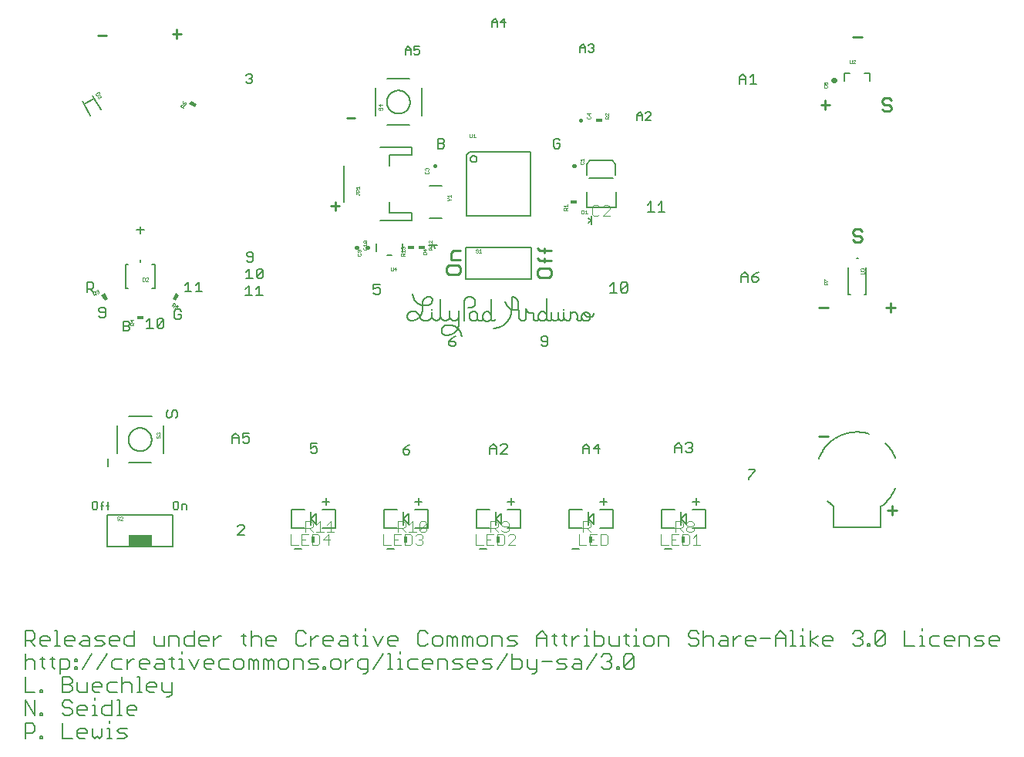
<source format=gbr>
G04 EAGLE Gerber RS-274X export*
G75*
%MOMM*%
%FSLAX34Y34*%
%LPD*%
%INSilkscreen Top*%
%IPPOS*%
%AMOC8*
5,1,8,0,0,1.08239X$1,22.5*%
G01*
%ADD10C,0.152400*%
%ADD11C,0.203200*%
%ADD12C,0.279400*%
%ADD13C,0.127000*%
%ADD14C,0.228600*%
%ADD15R,2.540000X1.143000*%
%ADD16C,0.025400*%
%ADD17R,0.406400X0.711200*%
%ADD18R,0.711200X0.406400*%
%ADD19C,0.558800*%
%ADD20R,0.457200X0.762000*%
%ADD21C,0.101600*%
%ADD22C,0.406400*%


D10*
X762Y-71868D02*
X762Y-88138D01*
X11609Y-88138D01*
X17134Y-88138D02*
X17134Y-85426D01*
X19845Y-85426D01*
X19845Y-88138D01*
X17134Y-88138D01*
X41691Y-88138D02*
X41691Y-71868D01*
X49826Y-71868D01*
X52538Y-74580D01*
X52538Y-77291D01*
X49826Y-80003D01*
X52538Y-82715D01*
X52538Y-85426D01*
X49826Y-88138D01*
X41691Y-88138D01*
X41691Y-80003D02*
X49826Y-80003D01*
X58062Y-77291D02*
X58062Y-85426D01*
X60774Y-88138D01*
X68909Y-88138D01*
X68909Y-77291D01*
X77146Y-88138D02*
X82569Y-88138D01*
X77146Y-88138D02*
X74434Y-85426D01*
X74434Y-80003D01*
X77146Y-77291D01*
X82569Y-77291D01*
X85281Y-80003D01*
X85281Y-82715D01*
X74434Y-82715D01*
X93517Y-77291D02*
X101652Y-77291D01*
X93517Y-77291D02*
X90806Y-80003D01*
X90806Y-85426D01*
X93517Y-88138D01*
X101652Y-88138D01*
X107177Y-88138D02*
X107177Y-71868D01*
X109889Y-77291D02*
X107177Y-80003D01*
X109889Y-77291D02*
X115312Y-77291D01*
X118024Y-80003D01*
X118024Y-88138D01*
X123549Y-71868D02*
X126260Y-71868D01*
X126260Y-88138D01*
X123549Y-88138D02*
X128972Y-88138D01*
X137175Y-88138D02*
X142598Y-88138D01*
X137175Y-88138D02*
X134463Y-85426D01*
X134463Y-80003D01*
X137175Y-77291D01*
X142598Y-77291D01*
X145310Y-80003D01*
X145310Y-82715D01*
X134463Y-82715D01*
X150835Y-85426D02*
X150835Y-77291D01*
X150835Y-85426D02*
X153546Y-88138D01*
X161681Y-88138D01*
X161681Y-90850D02*
X161681Y-77291D01*
X161681Y-90850D02*
X158970Y-93561D01*
X156258Y-93561D01*
X762Y-97268D02*
X762Y-113538D01*
X11609Y-113538D02*
X762Y-97268D01*
X11609Y-97268D02*
X11609Y-113538D01*
X17134Y-113538D02*
X17134Y-110826D01*
X19845Y-110826D01*
X19845Y-113538D01*
X17134Y-113538D01*
X49826Y-97268D02*
X52538Y-99980D01*
X49826Y-97268D02*
X44403Y-97268D01*
X41691Y-99980D01*
X41691Y-102691D01*
X44403Y-105403D01*
X49826Y-105403D01*
X52538Y-108115D01*
X52538Y-110826D01*
X49826Y-113538D01*
X44403Y-113538D01*
X41691Y-110826D01*
X60774Y-113538D02*
X66197Y-113538D01*
X60774Y-113538D02*
X58062Y-110826D01*
X58062Y-105403D01*
X60774Y-102691D01*
X66197Y-102691D01*
X68909Y-105403D01*
X68909Y-108115D01*
X58062Y-108115D01*
X74434Y-102691D02*
X77146Y-102691D01*
X77146Y-113538D01*
X79857Y-113538D02*
X74434Y-113538D01*
X77146Y-97268D02*
X77146Y-94556D01*
X96195Y-97268D02*
X96195Y-113538D01*
X88060Y-113538D01*
X85348Y-110826D01*
X85348Y-105403D01*
X88060Y-102691D01*
X96195Y-102691D01*
X101720Y-97268D02*
X104432Y-97268D01*
X104432Y-113538D01*
X107143Y-113538D02*
X101720Y-113538D01*
X115346Y-113538D02*
X120769Y-113538D01*
X115346Y-113538D02*
X112634Y-110826D01*
X112634Y-105403D01*
X115346Y-102691D01*
X120769Y-102691D01*
X123481Y-105403D01*
X123481Y-108115D01*
X112634Y-108115D01*
X762Y-37338D02*
X762Y-21068D01*
X8897Y-21068D01*
X11609Y-23780D01*
X11609Y-29203D01*
X8897Y-31915D01*
X762Y-31915D01*
X6185Y-31915D02*
X11609Y-37338D01*
X19845Y-37338D02*
X25269Y-37338D01*
X19845Y-37338D02*
X17134Y-34626D01*
X17134Y-29203D01*
X19845Y-26491D01*
X25269Y-26491D01*
X27980Y-29203D01*
X27980Y-31915D01*
X17134Y-31915D01*
X33505Y-21068D02*
X36217Y-21068D01*
X36217Y-37338D01*
X38928Y-37338D02*
X33505Y-37338D01*
X47131Y-37338D02*
X52554Y-37338D01*
X47131Y-37338D02*
X44420Y-34626D01*
X44420Y-29203D01*
X47131Y-26491D01*
X52554Y-26491D01*
X55266Y-29203D01*
X55266Y-31915D01*
X44420Y-31915D01*
X63503Y-26491D02*
X68926Y-26491D01*
X71638Y-29203D01*
X71638Y-37338D01*
X63503Y-37338D01*
X60791Y-34626D01*
X63503Y-31915D01*
X71638Y-31915D01*
X77163Y-37338D02*
X85298Y-37338D01*
X88009Y-34626D01*
X85298Y-31915D01*
X79874Y-31915D01*
X77163Y-29203D01*
X79874Y-26491D01*
X88009Y-26491D01*
X96246Y-37338D02*
X101669Y-37338D01*
X96246Y-37338D02*
X93534Y-34626D01*
X93534Y-29203D01*
X96246Y-26491D01*
X101669Y-26491D01*
X104381Y-29203D01*
X104381Y-31915D01*
X93534Y-31915D01*
X120752Y-37338D02*
X120752Y-21068D01*
X120752Y-37338D02*
X112617Y-37338D01*
X109906Y-34626D01*
X109906Y-29203D01*
X112617Y-26491D01*
X120752Y-26491D01*
X142649Y-26491D02*
X142649Y-34626D01*
X145361Y-37338D01*
X153495Y-37338D01*
X153495Y-26491D01*
X159020Y-26491D02*
X159020Y-37338D01*
X159020Y-26491D02*
X167155Y-26491D01*
X169867Y-29203D01*
X169867Y-37338D01*
X186239Y-37338D02*
X186239Y-21068D01*
X186239Y-37338D02*
X178104Y-37338D01*
X175392Y-34626D01*
X175392Y-29203D01*
X178104Y-26491D01*
X186239Y-26491D01*
X194475Y-37338D02*
X199899Y-37338D01*
X194475Y-37338D02*
X191764Y-34626D01*
X191764Y-29203D01*
X194475Y-26491D01*
X199899Y-26491D01*
X202610Y-29203D01*
X202610Y-31915D01*
X191764Y-31915D01*
X208135Y-37338D02*
X208135Y-26491D01*
X213558Y-26491D02*
X208135Y-31915D01*
X213558Y-26491D02*
X216270Y-26491D01*
X240861Y-23780D02*
X240861Y-34626D01*
X243573Y-37338D01*
X243573Y-26491D02*
X238150Y-26491D01*
X249064Y-21068D02*
X249064Y-37338D01*
X249064Y-29203D02*
X251776Y-26491D01*
X257199Y-26491D01*
X259911Y-29203D01*
X259911Y-37338D01*
X268147Y-37338D02*
X273571Y-37338D01*
X268147Y-37338D02*
X265436Y-34626D01*
X265436Y-29203D01*
X268147Y-26491D01*
X273571Y-26491D01*
X276282Y-29203D01*
X276282Y-31915D01*
X265436Y-31915D01*
X306314Y-21068D02*
X309025Y-23780D01*
X306314Y-21068D02*
X300890Y-21068D01*
X298179Y-23780D01*
X298179Y-34626D01*
X300890Y-37338D01*
X306314Y-37338D01*
X309025Y-34626D01*
X314550Y-37338D02*
X314550Y-26491D01*
X314550Y-31915D02*
X319974Y-26491D01*
X322685Y-26491D01*
X330905Y-37338D02*
X336328Y-37338D01*
X330905Y-37338D02*
X328193Y-34626D01*
X328193Y-29203D01*
X330905Y-26491D01*
X336328Y-26491D01*
X339040Y-29203D01*
X339040Y-31915D01*
X328193Y-31915D01*
X347276Y-26491D02*
X352700Y-26491D01*
X355411Y-29203D01*
X355411Y-37338D01*
X347276Y-37338D01*
X344565Y-34626D01*
X347276Y-31915D01*
X355411Y-31915D01*
X363648Y-34626D02*
X363648Y-23780D01*
X363648Y-34626D02*
X366360Y-37338D01*
X366360Y-26491D02*
X360936Y-26491D01*
X371851Y-26491D02*
X374562Y-26491D01*
X374562Y-37338D01*
X371851Y-37338D02*
X377274Y-37338D01*
X374562Y-21068D02*
X374562Y-18356D01*
X382765Y-26491D02*
X388188Y-37338D01*
X393612Y-26491D01*
X401848Y-37338D02*
X407272Y-37338D01*
X401848Y-37338D02*
X399137Y-34626D01*
X399137Y-29203D01*
X401848Y-26491D01*
X407272Y-26491D01*
X409983Y-29203D01*
X409983Y-31915D01*
X399137Y-31915D01*
X440015Y-21068D02*
X442726Y-23780D01*
X440015Y-21068D02*
X434591Y-21068D01*
X431880Y-23780D01*
X431880Y-34626D01*
X434591Y-37338D01*
X440015Y-37338D01*
X442726Y-34626D01*
X450963Y-37338D02*
X456386Y-37338D01*
X459098Y-34626D01*
X459098Y-29203D01*
X456386Y-26491D01*
X450963Y-26491D01*
X448251Y-29203D01*
X448251Y-34626D01*
X450963Y-37338D01*
X464623Y-37338D02*
X464623Y-26491D01*
X467335Y-26491D01*
X470046Y-29203D01*
X470046Y-37338D01*
X470046Y-29203D02*
X472758Y-26491D01*
X475470Y-29203D01*
X475470Y-37338D01*
X480995Y-37338D02*
X480995Y-26491D01*
X483706Y-26491D01*
X486418Y-29203D01*
X486418Y-37338D01*
X486418Y-29203D02*
X489129Y-26491D01*
X491841Y-29203D01*
X491841Y-37338D01*
X500078Y-37338D02*
X505501Y-37338D01*
X508213Y-34626D01*
X508213Y-29203D01*
X505501Y-26491D01*
X500078Y-26491D01*
X497366Y-29203D01*
X497366Y-34626D01*
X500078Y-37338D01*
X513738Y-37338D02*
X513738Y-26491D01*
X521873Y-26491D01*
X524584Y-29203D01*
X524584Y-37338D01*
X530109Y-37338D02*
X538244Y-37338D01*
X540956Y-34626D01*
X538244Y-31915D01*
X532821Y-31915D01*
X530109Y-29203D01*
X532821Y-26491D01*
X540956Y-26491D01*
X562852Y-26491D02*
X562852Y-37338D01*
X562852Y-26491D02*
X568276Y-21068D01*
X573699Y-26491D01*
X573699Y-37338D01*
X573699Y-29203D02*
X562852Y-29203D01*
X581936Y-23780D02*
X581936Y-34626D01*
X584647Y-37338D01*
X584647Y-26491D02*
X579224Y-26491D01*
X592850Y-23780D02*
X592850Y-34626D01*
X595562Y-37338D01*
X595562Y-26491D02*
X590138Y-26491D01*
X601053Y-26491D02*
X601053Y-37338D01*
X601053Y-31915D02*
X606476Y-26491D01*
X609188Y-26491D01*
X614696Y-26491D02*
X617407Y-26491D01*
X617407Y-37338D01*
X614696Y-37338D02*
X620119Y-37338D01*
X617407Y-21068D02*
X617407Y-18356D01*
X625610Y-21068D02*
X625610Y-37338D01*
X633745Y-37338D01*
X636457Y-34626D01*
X636457Y-29203D01*
X633745Y-26491D01*
X625610Y-26491D01*
X641982Y-26491D02*
X641982Y-34626D01*
X644693Y-37338D01*
X652828Y-37338D01*
X652828Y-26491D01*
X661065Y-23780D02*
X661065Y-34626D01*
X663776Y-37338D01*
X663776Y-26491D02*
X658353Y-26491D01*
X669267Y-26491D02*
X671979Y-26491D01*
X671979Y-37338D01*
X669267Y-37338D02*
X674691Y-37338D01*
X671979Y-21068D02*
X671979Y-18356D01*
X682893Y-37338D02*
X688317Y-37338D01*
X691028Y-34626D01*
X691028Y-29203D01*
X688317Y-26491D01*
X682893Y-26491D01*
X680182Y-29203D01*
X680182Y-34626D01*
X682893Y-37338D01*
X696553Y-37338D02*
X696553Y-26491D01*
X704688Y-26491D01*
X707400Y-29203D01*
X707400Y-37338D01*
X737431Y-21068D02*
X740143Y-23780D01*
X737431Y-21068D02*
X732008Y-21068D01*
X729297Y-23780D01*
X729297Y-26491D01*
X732008Y-29203D01*
X737431Y-29203D01*
X740143Y-31915D01*
X740143Y-34626D01*
X737431Y-37338D01*
X732008Y-37338D01*
X729297Y-34626D01*
X745668Y-37338D02*
X745668Y-21068D01*
X748380Y-26491D02*
X745668Y-29203D01*
X748380Y-26491D02*
X753803Y-26491D01*
X756515Y-29203D01*
X756515Y-37338D01*
X764751Y-26491D02*
X770175Y-26491D01*
X772886Y-29203D01*
X772886Y-37338D01*
X764751Y-37338D01*
X762040Y-34626D01*
X764751Y-31915D01*
X772886Y-31915D01*
X778411Y-37338D02*
X778411Y-26491D01*
X778411Y-31915D02*
X783835Y-26491D01*
X786546Y-26491D01*
X794766Y-37338D02*
X800189Y-37338D01*
X794766Y-37338D02*
X792054Y-34626D01*
X792054Y-29203D01*
X794766Y-26491D01*
X800189Y-26491D01*
X802901Y-29203D01*
X802901Y-31915D01*
X792054Y-31915D01*
X808426Y-29203D02*
X819272Y-29203D01*
X824797Y-26491D02*
X824797Y-37338D01*
X824797Y-26491D02*
X830221Y-21068D01*
X835644Y-26491D01*
X835644Y-37338D01*
X835644Y-29203D02*
X824797Y-29203D01*
X841169Y-21068D02*
X843881Y-21068D01*
X843881Y-37338D01*
X846592Y-37338D02*
X841169Y-37338D01*
X852083Y-26491D02*
X854795Y-26491D01*
X854795Y-37338D01*
X852083Y-37338D02*
X857507Y-37338D01*
X854795Y-21068D02*
X854795Y-18356D01*
X862998Y-21068D02*
X862998Y-37338D01*
X862998Y-31915D02*
X871133Y-37338D01*
X862998Y-31915D02*
X871133Y-26491D01*
X879352Y-37338D02*
X884776Y-37338D01*
X879352Y-37338D02*
X876641Y-34626D01*
X876641Y-29203D01*
X879352Y-26491D01*
X884776Y-26491D01*
X887487Y-29203D01*
X887487Y-31915D01*
X876641Y-31915D01*
X909384Y-23780D02*
X912095Y-21068D01*
X917519Y-21068D01*
X920230Y-23780D01*
X920230Y-26491D01*
X917519Y-29203D01*
X914807Y-29203D01*
X917519Y-29203D02*
X920230Y-31915D01*
X920230Y-34626D01*
X917519Y-37338D01*
X912095Y-37338D01*
X909384Y-34626D01*
X925755Y-34626D02*
X925755Y-37338D01*
X925755Y-34626D02*
X928467Y-34626D01*
X928467Y-37338D01*
X925755Y-37338D01*
X933941Y-34626D02*
X933941Y-23780D01*
X936653Y-21068D01*
X942076Y-21068D01*
X944788Y-23780D01*
X944788Y-34626D01*
X942076Y-37338D01*
X936653Y-37338D01*
X933941Y-34626D01*
X944788Y-23780D01*
X966684Y-21068D02*
X966684Y-37338D01*
X977531Y-37338D01*
X983056Y-26491D02*
X985767Y-26491D01*
X985767Y-37338D01*
X983056Y-37338D02*
X988479Y-37338D01*
X985767Y-21068D02*
X985767Y-18356D01*
X996682Y-26491D02*
X1004817Y-26491D01*
X996682Y-26491D02*
X993970Y-29203D01*
X993970Y-34626D01*
X996682Y-37338D01*
X1004817Y-37338D01*
X1013053Y-37338D02*
X1018477Y-37338D01*
X1013053Y-37338D02*
X1010342Y-34626D01*
X1010342Y-29203D01*
X1013053Y-26491D01*
X1018477Y-26491D01*
X1021188Y-29203D01*
X1021188Y-31915D01*
X1010342Y-31915D01*
X1026713Y-37338D02*
X1026713Y-26491D01*
X1034848Y-26491D01*
X1037560Y-29203D01*
X1037560Y-37338D01*
X1043085Y-37338D02*
X1051220Y-37338D01*
X1053931Y-34626D01*
X1051220Y-31915D01*
X1045796Y-31915D01*
X1043085Y-29203D01*
X1045796Y-26491D01*
X1053931Y-26491D01*
X1062168Y-37338D02*
X1067591Y-37338D01*
X1062168Y-37338D02*
X1059456Y-34626D01*
X1059456Y-29203D01*
X1062168Y-26491D01*
X1067591Y-26491D01*
X1070303Y-29203D01*
X1070303Y-31915D01*
X1059456Y-31915D01*
X762Y-46468D02*
X762Y-62738D01*
X762Y-54603D02*
X3474Y-51891D01*
X8897Y-51891D01*
X11609Y-54603D01*
X11609Y-62738D01*
X19845Y-60026D02*
X19845Y-49180D01*
X19845Y-60026D02*
X22557Y-62738D01*
X22557Y-51891D02*
X17134Y-51891D01*
X30760Y-49180D02*
X30760Y-60026D01*
X33471Y-62738D01*
X33471Y-51891D02*
X28048Y-51891D01*
X38962Y-51891D02*
X38962Y-68161D01*
X38962Y-51891D02*
X47097Y-51891D01*
X49809Y-54603D01*
X49809Y-60026D01*
X47097Y-62738D01*
X38962Y-62738D01*
X55334Y-51891D02*
X58046Y-51891D01*
X58046Y-54603D01*
X55334Y-54603D01*
X55334Y-51891D01*
X55334Y-60026D02*
X58046Y-60026D01*
X58046Y-62738D01*
X55334Y-62738D01*
X55334Y-60026D01*
X63520Y-62738D02*
X74366Y-46468D01*
X90738Y-46468D02*
X79891Y-62738D01*
X98974Y-51891D02*
X107109Y-51891D01*
X98974Y-51891D02*
X96263Y-54603D01*
X96263Y-60026D01*
X98974Y-62738D01*
X107109Y-62738D01*
X112634Y-62738D02*
X112634Y-51891D01*
X112634Y-57315D02*
X118058Y-51891D01*
X120769Y-51891D01*
X128989Y-62738D02*
X134412Y-62738D01*
X128989Y-62738D02*
X126277Y-60026D01*
X126277Y-54603D01*
X128989Y-51891D01*
X134412Y-51891D01*
X137124Y-54603D01*
X137124Y-57315D01*
X126277Y-57315D01*
X145361Y-51891D02*
X150784Y-51891D01*
X153495Y-54603D01*
X153495Y-62738D01*
X145361Y-62738D01*
X142649Y-60026D01*
X145361Y-57315D01*
X153495Y-57315D01*
X161732Y-60026D02*
X161732Y-49180D01*
X161732Y-60026D02*
X164444Y-62738D01*
X164444Y-51891D02*
X159020Y-51891D01*
X169935Y-51891D02*
X172646Y-51891D01*
X172646Y-62738D01*
X169935Y-62738D02*
X175358Y-62738D01*
X172646Y-46468D02*
X172646Y-43756D01*
X180849Y-51891D02*
X186272Y-62738D01*
X191696Y-51891D01*
X199932Y-62738D02*
X205356Y-62738D01*
X199932Y-62738D02*
X197221Y-60026D01*
X197221Y-54603D01*
X199932Y-51891D01*
X205356Y-51891D01*
X208067Y-54603D01*
X208067Y-57315D01*
X197221Y-57315D01*
X216304Y-51891D02*
X224439Y-51891D01*
X216304Y-51891D02*
X213592Y-54603D01*
X213592Y-60026D01*
X216304Y-62738D01*
X224439Y-62738D01*
X232676Y-62738D02*
X238099Y-62738D01*
X240810Y-60026D01*
X240810Y-54603D01*
X238099Y-51891D01*
X232676Y-51891D01*
X229964Y-54603D01*
X229964Y-60026D01*
X232676Y-62738D01*
X246335Y-62738D02*
X246335Y-51891D01*
X249047Y-51891D01*
X251759Y-54603D01*
X251759Y-62738D01*
X251759Y-54603D02*
X254470Y-51891D01*
X257182Y-54603D01*
X257182Y-62738D01*
X262707Y-62738D02*
X262707Y-51891D01*
X265419Y-51891D01*
X268130Y-54603D01*
X268130Y-62738D01*
X268130Y-54603D02*
X270842Y-51891D01*
X273554Y-54603D01*
X273554Y-62738D01*
X281790Y-62738D02*
X287214Y-62738D01*
X289925Y-60026D01*
X289925Y-54603D01*
X287214Y-51891D01*
X281790Y-51891D01*
X279079Y-54603D01*
X279079Y-60026D01*
X281790Y-62738D01*
X295450Y-62738D02*
X295450Y-51891D01*
X303585Y-51891D01*
X306297Y-54603D01*
X306297Y-62738D01*
X311822Y-62738D02*
X319957Y-62738D01*
X322668Y-60026D01*
X319957Y-57315D01*
X314533Y-57315D01*
X311822Y-54603D01*
X314533Y-51891D01*
X322668Y-51891D01*
X328193Y-60026D02*
X328193Y-62738D01*
X328193Y-60026D02*
X330905Y-60026D01*
X330905Y-62738D01*
X328193Y-62738D01*
X339091Y-62738D02*
X344514Y-62738D01*
X347226Y-60026D01*
X347226Y-54603D01*
X344514Y-51891D01*
X339091Y-51891D01*
X336379Y-54603D01*
X336379Y-60026D01*
X339091Y-62738D01*
X352751Y-62738D02*
X352751Y-51891D01*
X358174Y-51891D02*
X352751Y-57315D01*
X358174Y-51891D02*
X360886Y-51891D01*
X371817Y-68161D02*
X374529Y-68161D01*
X377240Y-65450D01*
X377240Y-51891D01*
X369105Y-51891D01*
X366394Y-54603D01*
X366394Y-60026D01*
X369105Y-62738D01*
X377240Y-62738D01*
X382765Y-62738D02*
X393612Y-46468D01*
X399137Y-46468D02*
X401848Y-46468D01*
X401848Y-62738D01*
X399137Y-62738D02*
X404560Y-62738D01*
X410051Y-51891D02*
X412763Y-51891D01*
X412763Y-62738D01*
X415474Y-62738D02*
X410051Y-62738D01*
X412763Y-46468D02*
X412763Y-43756D01*
X423677Y-51891D02*
X431812Y-51891D01*
X423677Y-51891D02*
X420965Y-54603D01*
X420965Y-60026D01*
X423677Y-62738D01*
X431812Y-62738D01*
X440049Y-62738D02*
X445472Y-62738D01*
X440049Y-62738D02*
X437337Y-60026D01*
X437337Y-54603D01*
X440049Y-51891D01*
X445472Y-51891D01*
X448184Y-54603D01*
X448184Y-57315D01*
X437337Y-57315D01*
X453709Y-62738D02*
X453709Y-51891D01*
X461844Y-51891D01*
X464555Y-54603D01*
X464555Y-62738D01*
X470080Y-62738D02*
X478215Y-62738D01*
X480927Y-60026D01*
X478215Y-57315D01*
X472792Y-57315D01*
X470080Y-54603D01*
X472792Y-51891D01*
X480927Y-51891D01*
X489163Y-62738D02*
X494587Y-62738D01*
X489163Y-62738D02*
X486452Y-60026D01*
X486452Y-54603D01*
X489163Y-51891D01*
X494587Y-51891D01*
X497298Y-54603D01*
X497298Y-57315D01*
X486452Y-57315D01*
X502823Y-62738D02*
X510958Y-62738D01*
X513670Y-60026D01*
X510958Y-57315D01*
X505535Y-57315D01*
X502823Y-54603D01*
X505535Y-51891D01*
X513670Y-51891D01*
X519195Y-62738D02*
X530041Y-46468D01*
X535566Y-46468D02*
X535566Y-62738D01*
X543701Y-62738D01*
X546413Y-60026D01*
X546413Y-54603D01*
X543701Y-51891D01*
X535566Y-51891D01*
X551938Y-51891D02*
X551938Y-60026D01*
X554650Y-62738D01*
X562785Y-62738D01*
X562785Y-65450D02*
X562785Y-51891D01*
X562785Y-65450D02*
X560073Y-68161D01*
X557361Y-68161D01*
X568310Y-54603D02*
X579156Y-54603D01*
X584681Y-62738D02*
X592816Y-62738D01*
X595528Y-60026D01*
X592816Y-57315D01*
X587393Y-57315D01*
X584681Y-54603D01*
X587393Y-51891D01*
X595528Y-51891D01*
X603764Y-51891D02*
X609188Y-51891D01*
X611899Y-54603D01*
X611899Y-62738D01*
X603764Y-62738D01*
X601053Y-60026D01*
X603764Y-57315D01*
X611899Y-57315D01*
X617424Y-62738D02*
X628271Y-46468D01*
X633796Y-49180D02*
X636507Y-46468D01*
X641931Y-46468D01*
X644642Y-49180D01*
X644642Y-51891D01*
X641931Y-54603D01*
X639219Y-54603D01*
X641931Y-54603D02*
X644642Y-57315D01*
X644642Y-60026D01*
X641931Y-62738D01*
X636507Y-62738D01*
X633796Y-60026D01*
X650167Y-60026D02*
X650167Y-62738D01*
X650167Y-60026D02*
X652879Y-60026D01*
X652879Y-62738D01*
X650167Y-62738D01*
X658353Y-60026D02*
X658353Y-49180D01*
X661065Y-46468D01*
X666488Y-46468D01*
X669200Y-49180D01*
X669200Y-60026D01*
X666488Y-62738D01*
X661065Y-62738D01*
X658353Y-60026D01*
X669200Y-49180D01*
D11*
X68600Y351113D02*
X68600Y361790D01*
X73939Y361790D01*
X75718Y360011D01*
X75718Y356452D01*
X73939Y354672D01*
X68600Y354672D01*
X72159Y354672D02*
X75718Y351113D01*
X108760Y319130D02*
X108760Y308453D01*
X108760Y319130D02*
X114099Y319130D01*
X115878Y317351D01*
X115878Y315571D01*
X114099Y313792D01*
X115878Y312012D01*
X115878Y310233D01*
X114099Y308453D01*
X108760Y308453D01*
X108760Y313792D02*
X114099Y313792D01*
X170165Y332028D02*
X171944Y330249D01*
X170165Y332028D02*
X166606Y332028D01*
X164826Y330249D01*
X164826Y323131D01*
X166606Y321351D01*
X170165Y321351D01*
X171944Y323131D01*
X171944Y326690D01*
X168385Y326690D01*
X131151Y419337D02*
X123016Y419337D01*
X127083Y415270D02*
X127083Y423405D01*
X81826Y325051D02*
X83606Y323271D01*
X87165Y323271D01*
X88944Y325051D01*
X88944Y332169D01*
X87165Y333948D01*
X83606Y333948D01*
X81826Y332169D01*
X81826Y330389D01*
X83606Y328610D01*
X88944Y328610D01*
X134219Y318492D02*
X137778Y322051D01*
X137778Y311374D01*
X134219Y311374D02*
X141337Y311374D01*
X145913Y313154D02*
X145913Y320272D01*
X147692Y322051D01*
X151252Y322051D01*
X153031Y320272D01*
X153031Y313154D01*
X151252Y311374D01*
X147692Y311374D01*
X145913Y313154D01*
X153031Y320272D01*
X176193Y358872D02*
X179752Y362431D01*
X179752Y351754D01*
X176193Y351754D02*
X183311Y351754D01*
X187887Y358872D02*
X191446Y362431D01*
X191446Y351754D01*
X187887Y351754D02*
X195005Y351754D01*
D12*
X872617Y193046D02*
X882616Y193046D01*
X947547Y111766D02*
X957546Y111766D01*
X952547Y106767D02*
X952547Y116766D01*
X90390Y633050D02*
X80391Y633050D01*
X162469Y634727D02*
X172469Y634727D01*
X167469Y629728D02*
X167469Y639727D01*
X949596Y564596D02*
X952096Y562096D01*
X949596Y564596D02*
X944597Y564596D01*
X942097Y562096D01*
X942097Y559596D01*
X944597Y557096D01*
X949596Y557096D01*
X952096Y554597D01*
X952096Y552097D01*
X949596Y549597D01*
X944597Y549597D01*
X942097Y552097D01*
X919796Y631396D02*
X909797Y631396D01*
X884496Y557096D02*
X874497Y557096D01*
X879497Y552097D02*
X879497Y562096D01*
X917296Y420696D02*
X919796Y418196D01*
X917296Y420696D02*
X912297Y420696D01*
X909797Y418196D01*
X909797Y415696D01*
X912297Y413196D01*
X917296Y413196D01*
X919796Y410697D01*
X919796Y408197D01*
X917296Y405697D01*
X912297Y405697D01*
X909797Y408197D01*
X882616Y334016D02*
X872617Y334016D01*
X946277Y334016D02*
X956276Y334016D01*
X951277Y329017D02*
X951277Y339016D01*
D10*
X167644Y121165D02*
X164763Y121165D01*
X163322Y119725D01*
X163322Y113963D01*
X164763Y112522D01*
X167644Y112522D01*
X169084Y113963D01*
X169084Y119725D01*
X167644Y121165D01*
X172677Y118284D02*
X172677Y112522D01*
X172677Y118284D02*
X176999Y118284D01*
X178439Y116844D01*
X178439Y112522D01*
X78744Y121165D02*
X75863Y121165D01*
X74422Y119725D01*
X74422Y113963D01*
X75863Y112522D01*
X78744Y112522D01*
X80184Y113963D01*
X80184Y119725D01*
X78744Y121165D01*
X85218Y119725D02*
X85218Y112522D01*
X85218Y119725D02*
X86658Y121165D01*
X86658Y116844D02*
X83777Y116844D01*
X91455Y119725D02*
X91455Y112522D01*
X91455Y119725D02*
X92895Y121165D01*
X92895Y116844D02*
X90014Y116844D01*
D11*
X91443Y159966D02*
X91443Y168101D01*
X155692Y219207D02*
X157725Y221241D01*
X155692Y219207D02*
X155692Y215140D01*
X157725Y213106D01*
X159759Y213106D01*
X161793Y215140D01*
X161793Y219207D01*
X163827Y221241D01*
X165860Y221241D01*
X167894Y219207D01*
X167894Y215140D01*
X165860Y213106D01*
X631809Y121163D02*
X639944Y121163D01*
X635876Y117096D02*
X635876Y125231D01*
X609464Y69093D02*
X601329Y69093D01*
X733409Y121163D02*
X741544Y121163D01*
X737476Y117096D02*
X737476Y125231D01*
X711064Y69093D02*
X702929Y69093D01*
X538344Y121163D02*
X530209Y121163D01*
X534276Y117096D02*
X534276Y125231D01*
X507864Y69093D02*
X499729Y69093D01*
X436744Y121163D02*
X428609Y121163D01*
X432676Y117096D02*
X432676Y125231D01*
X406264Y69093D02*
X398129Y69093D01*
X335144Y121163D02*
X327009Y121163D01*
X331076Y117096D02*
X331076Y125231D01*
X304664Y69093D02*
X296529Y69093D01*
D13*
X672726Y540256D02*
X672726Y546188D01*
X675692Y549154D01*
X678658Y546188D01*
X678658Y540256D01*
X678658Y544705D02*
X672726Y544705D01*
X682081Y540256D02*
X688013Y540256D01*
X682081Y540256D02*
X688013Y546188D01*
X688013Y547671D01*
X686530Y549154D01*
X683564Y549154D01*
X682081Y547671D01*
D10*
X687992Y450649D02*
X684263Y446920D01*
X687992Y450649D02*
X687992Y439463D01*
X691720Y439463D02*
X684263Y439463D01*
X695957Y446920D02*
X699685Y450649D01*
X699685Y439463D01*
X695957Y439463D02*
X703414Y439463D01*
X646991Y361649D02*
X643262Y357920D01*
X646991Y361649D02*
X646991Y350463D01*
X650719Y350463D02*
X643262Y350463D01*
X654956Y352327D02*
X654956Y359784D01*
X656820Y361649D01*
X660549Y361649D01*
X662413Y359784D01*
X662413Y352327D01*
X660549Y350463D01*
X656820Y350463D01*
X654956Y352327D01*
X662413Y359784D01*
X569127Y291464D02*
X567263Y293328D01*
X569127Y291464D02*
X572856Y291464D01*
X574720Y293328D01*
X574720Y300785D01*
X572856Y302650D01*
X569127Y302650D01*
X567263Y300785D01*
X567263Y298921D01*
X569127Y297057D01*
X574720Y297057D01*
X473719Y302650D02*
X469991Y300785D01*
X466262Y297057D01*
X466262Y293328D01*
X468126Y291464D01*
X471855Y291464D01*
X473719Y293328D01*
X473719Y295193D01*
X471855Y297057D01*
X466262Y297057D01*
D14*
X345487Y445527D02*
X336844Y445527D01*
X341166Y449848D02*
X341166Y441205D01*
X354204Y542297D02*
X362847Y542297D01*
D10*
X383263Y359649D02*
X390720Y359649D01*
X383263Y359649D02*
X383263Y354056D01*
X386992Y355920D01*
X388856Y355920D01*
X390720Y354056D01*
X390720Y350327D01*
X388856Y348463D01*
X385127Y348463D01*
X383263Y350327D01*
D11*
X453717Y508917D02*
X453717Y519594D01*
X459056Y519594D01*
X460835Y517815D01*
X460835Y516035D01*
X459056Y514256D01*
X460835Y512476D01*
X460835Y510697D01*
X459056Y508917D01*
X453717Y508917D01*
X453717Y514256D02*
X459056Y514256D01*
X586055Y519594D02*
X587834Y517815D01*
X586055Y519594D02*
X582496Y519594D01*
X580716Y517815D01*
X580716Y510697D01*
X582496Y508917D01*
X586055Y508917D01*
X587834Y510697D01*
X587834Y514256D01*
X584275Y514256D01*
D13*
X610056Y614696D02*
X610056Y620628D01*
X613022Y623594D01*
X615988Y620628D01*
X615988Y614696D01*
X615988Y619145D02*
X610056Y619145D01*
X619411Y622111D02*
X620894Y623594D01*
X623860Y623594D01*
X625343Y622111D01*
X625343Y620628D01*
X623860Y619145D01*
X622377Y619145D01*
X623860Y619145D02*
X625343Y617662D01*
X625343Y616179D01*
X623860Y614696D01*
X620894Y614696D01*
X619411Y616179D01*
X513535Y642636D02*
X513535Y648568D01*
X516501Y651534D01*
X519467Y648568D01*
X519467Y642636D01*
X519467Y647085D02*
X513535Y647085D01*
X527339Y642636D02*
X527339Y651534D01*
X522890Y647085D01*
X528822Y647085D01*
D12*
X463305Y377797D02*
X463305Y372798D01*
X465805Y370298D01*
X475804Y370298D01*
X478304Y372798D01*
X478304Y377797D01*
X475804Y380297D01*
X465805Y380297D01*
X463305Y377797D01*
X468305Y386670D02*
X478304Y386670D01*
X468305Y386670D02*
X468305Y394169D01*
X470805Y396669D01*
X478304Y396669D01*
X563305Y374797D02*
X563305Y369798D01*
X565805Y367298D01*
X575804Y367298D01*
X578304Y369798D01*
X578304Y374797D01*
X575804Y377297D01*
X565805Y377297D01*
X563305Y374797D01*
X565805Y386169D02*
X578304Y386169D01*
X565805Y386169D02*
X563305Y388669D01*
X570805Y388669D02*
X570805Y383670D01*
X565805Y397084D02*
X578304Y397084D01*
X565805Y397084D02*
X563305Y399584D01*
X570805Y399584D02*
X570805Y394584D01*
D13*
X418285Y612157D02*
X418285Y618089D01*
X421251Y621055D01*
X424217Y618089D01*
X424217Y612157D01*
X424217Y616606D02*
X418285Y616606D01*
X427640Y621055D02*
X433572Y621055D01*
X427640Y621055D02*
X427640Y616606D01*
X430606Y618089D01*
X432089Y618089D01*
X433572Y616606D01*
X433572Y613640D01*
X432089Y612157D01*
X429123Y612157D01*
X427640Y613640D01*
D10*
X762Y-122668D02*
X762Y-138938D01*
X762Y-122668D02*
X8897Y-122668D01*
X11609Y-125380D01*
X11609Y-130803D01*
X8897Y-133515D01*
X762Y-133515D01*
X17134Y-136226D02*
X17134Y-138938D01*
X17134Y-136226D02*
X19845Y-136226D01*
X19845Y-138938D01*
X17134Y-138938D01*
X41691Y-138938D02*
X41691Y-122668D01*
X41691Y-138938D02*
X52538Y-138938D01*
X60774Y-138938D02*
X66197Y-138938D01*
X60774Y-138938D02*
X58062Y-136226D01*
X58062Y-130803D01*
X60774Y-128091D01*
X66197Y-128091D01*
X68909Y-130803D01*
X68909Y-133515D01*
X58062Y-133515D01*
X74434Y-136226D02*
X74434Y-128091D01*
X74434Y-136226D02*
X77146Y-138938D01*
X79857Y-136226D01*
X82569Y-138938D01*
X85281Y-136226D01*
X85281Y-128091D01*
X90806Y-128091D02*
X93517Y-128091D01*
X93517Y-138938D01*
X90806Y-138938D02*
X96229Y-138938D01*
X93517Y-122668D02*
X93517Y-119956D01*
X101720Y-138938D02*
X109855Y-138938D01*
X112567Y-136226D01*
X109855Y-133515D01*
X104432Y-133515D01*
X101720Y-130803D01*
X104432Y-128091D01*
X112567Y-128091D01*
D11*
X245671Y384327D02*
X243891Y386107D01*
X245671Y384327D02*
X249230Y384327D01*
X251009Y386107D01*
X251009Y393225D01*
X249230Y395004D01*
X245671Y395004D01*
X243891Y393225D01*
X243891Y391445D01*
X245671Y389666D01*
X251009Y389666D01*
X246967Y376691D02*
X243408Y373132D01*
X246967Y376691D02*
X246967Y366014D01*
X243408Y366014D02*
X250526Y366014D01*
X255102Y367794D02*
X255102Y374912D01*
X256881Y376691D01*
X260441Y376691D01*
X262220Y374912D01*
X262220Y367794D01*
X260441Y366014D01*
X256881Y366014D01*
X255102Y367794D01*
X262220Y374912D01*
X246282Y358123D02*
X242723Y354564D01*
X246282Y358123D02*
X246282Y347446D01*
X242723Y347446D02*
X249841Y347446D01*
X254417Y354564D02*
X257976Y358123D01*
X257976Y347446D01*
X254417Y347446D02*
X261535Y347446D01*
X314376Y184870D02*
X321494Y184870D01*
X314376Y184870D02*
X314376Y179532D01*
X317935Y181311D01*
X319715Y181311D01*
X321494Y179532D01*
X321494Y175973D01*
X319715Y174193D01*
X316156Y174193D01*
X314376Y175973D01*
X419434Y181644D02*
X422993Y183423D01*
X419434Y181644D02*
X415875Y178085D01*
X415875Y174526D01*
X417655Y172746D01*
X421214Y172746D01*
X422993Y174526D01*
X422993Y176305D01*
X421214Y178085D01*
X415875Y178085D01*
X511226Y180676D02*
X511226Y173558D01*
X511226Y180676D02*
X514785Y184235D01*
X518344Y180676D01*
X518344Y173558D01*
X518344Y178897D02*
X511226Y178897D01*
X522920Y173558D02*
X530038Y173558D01*
X522920Y173558D02*
X530038Y180676D01*
X530038Y182456D01*
X528259Y184235D01*
X524699Y184235D01*
X522920Y182456D01*
X714376Y182074D02*
X714376Y174956D01*
X714376Y182074D02*
X717935Y185633D01*
X721494Y182074D01*
X721494Y174956D01*
X721494Y180295D02*
X714376Y180295D01*
X726070Y183854D02*
X727849Y185633D01*
X731409Y185633D01*
X733188Y183854D01*
X733188Y182074D01*
X731409Y180295D01*
X729629Y180295D01*
X731409Y180295D02*
X733188Y178515D01*
X733188Y176736D01*
X731409Y174956D01*
X727849Y174956D01*
X726070Y176736D01*
X613334Y173965D02*
X613334Y181083D01*
X616893Y184642D01*
X620452Y181083D01*
X620452Y173965D01*
X620452Y179304D02*
X613334Y179304D01*
X630367Y184642D02*
X630367Y173965D01*
X625028Y179304D02*
X630367Y184642D01*
X632146Y179304D02*
X625028Y179304D01*
X228194Y185268D02*
X228194Y192386D01*
X231753Y195945D01*
X235312Y192386D01*
X235312Y185268D01*
X235312Y190607D02*
X228194Y190607D01*
X239888Y195945D02*
X247006Y195945D01*
X239888Y195945D02*
X239888Y190607D01*
X243447Y192386D01*
X245227Y192386D01*
X247006Y190607D01*
X247006Y187048D01*
X245227Y185268D01*
X241667Y185268D01*
X239888Y187048D01*
X241357Y84683D02*
X234239Y84683D01*
X241357Y91801D01*
X241357Y93581D01*
X239578Y95360D01*
X236019Y95360D01*
X234239Y93581D01*
X242926Y589263D02*
X244706Y591042D01*
X248265Y591042D01*
X250044Y589263D01*
X250044Y587483D01*
X248265Y585704D01*
X246485Y585704D01*
X248265Y585704D02*
X250044Y583924D01*
X250044Y582145D01*
X248265Y580365D01*
X244706Y580365D01*
X242926Y582145D01*
X795121Y156143D02*
X802239Y156143D01*
X802239Y154364D01*
X795121Y147246D01*
X795121Y145466D01*
X787146Y362458D02*
X787146Y369576D01*
X790705Y373135D01*
X794264Y369576D01*
X794264Y362458D01*
X794264Y367797D02*
X787146Y367797D01*
X802399Y371356D02*
X805958Y373135D01*
X802399Y371356D02*
X798840Y367797D01*
X798840Y364238D01*
X800619Y362458D01*
X804179Y362458D01*
X805958Y364238D01*
X805958Y366017D01*
X804179Y367797D01*
X798840Y367797D01*
X785139Y579780D02*
X785139Y586898D01*
X788698Y590457D01*
X792257Y586898D01*
X792257Y579780D01*
X792257Y585119D02*
X785139Y585119D01*
X796833Y586898D02*
X800392Y590457D01*
X800392Y579780D01*
X796833Y579780D02*
X803951Y579780D01*
D15*
X127000Y78105D03*
D11*
X140000Y355300D02*
X143000Y355300D01*
X143000Y381300D01*
X140000Y381300D01*
X114000Y355300D02*
X111000Y355300D01*
X111000Y381300D01*
X114000Y381300D01*
X127000Y384300D02*
X127000Y386300D01*
D16*
X129803Y366906D02*
X129803Y363093D01*
X131709Y363093D01*
X132345Y363729D01*
X132345Y366271D01*
X131709Y366906D01*
X129803Y366906D01*
X133545Y363093D02*
X136087Y363093D01*
X133545Y363093D02*
X136087Y365635D01*
X136087Y366271D01*
X135452Y366906D01*
X134180Y366906D01*
X133545Y366271D01*
D17*
G36*
X91537Y343737D02*
X88018Y341705D01*
X84463Y347863D01*
X87982Y349895D01*
X91537Y343737D01*
G37*
D16*
X76855Y347578D02*
X74948Y350880D01*
X76600Y351833D01*
X77468Y351601D01*
X78103Y350500D01*
X77871Y349632D01*
X76219Y348678D01*
X77320Y349314D02*
X79057Y348849D01*
X78507Y352201D02*
X78739Y353069D01*
X79840Y353704D01*
X80708Y353472D01*
X81026Y352921D01*
X80794Y352053D01*
X80243Y351735D01*
X80794Y352053D02*
X81662Y351821D01*
X81980Y351270D01*
X81747Y350402D01*
X80646Y349766D01*
X79778Y349999D01*
D18*
X127000Y323300D03*
D16*
X119888Y314537D02*
X116075Y314537D01*
X116075Y316444D01*
X116710Y317079D01*
X117981Y317079D01*
X118617Y316444D01*
X118617Y314537D01*
X118617Y315808D02*
X119888Y317079D01*
X119888Y320186D02*
X116075Y320186D01*
X117981Y318279D01*
X117981Y320821D01*
D17*
G36*
X166018Y349895D02*
X169537Y347863D01*
X165982Y341705D01*
X162463Y343737D01*
X166018Y349895D01*
G37*
D16*
X163773Y338877D02*
X161866Y335575D01*
X163773Y338877D02*
X165424Y337924D01*
X165657Y337056D01*
X165021Y335955D01*
X164153Y335722D01*
X162502Y336676D01*
X163603Y336040D02*
X164068Y334304D01*
X167014Y337006D02*
X169215Y335735D01*
X167014Y337006D02*
X166060Y335355D01*
X167479Y335270D01*
X168029Y334952D01*
X168262Y334084D01*
X167626Y332983D01*
X166758Y332750D01*
X165658Y333386D01*
X165425Y334254D01*
D11*
X872400Y168400D02*
X872792Y169411D01*
X873209Y170412D01*
X873650Y171403D01*
X874114Y172383D01*
X874603Y173351D01*
X875114Y174308D01*
X875649Y175251D01*
X876206Y176181D01*
X876786Y177098D01*
X877388Y178000D01*
X878011Y178887D01*
X878656Y179759D01*
X879322Y180615D01*
X880008Y181455D01*
X880715Y182278D01*
X881441Y183083D01*
X882186Y183870D01*
X882951Y184640D01*
X883734Y185390D01*
X884534Y186121D01*
X885353Y186833D01*
X886188Y187524D01*
X887040Y188196D01*
X887908Y188846D01*
X888791Y189475D01*
X889689Y190082D01*
X890602Y190668D01*
X891529Y191231D01*
X892469Y191771D01*
X893422Y192289D01*
X894387Y192783D01*
X895364Y193254D01*
X896352Y193701D01*
X897351Y194124D01*
X898360Y194522D01*
X899377Y194896D01*
X900404Y195245D01*
X901439Y195569D01*
X902481Y195868D01*
X903531Y196142D01*
X904587Y196390D01*
X905648Y196612D01*
X906714Y196809D01*
X907785Y196980D01*
X908860Y197124D01*
X909938Y197243D01*
X911019Y197335D01*
X912101Y197401D01*
X913185Y197441D01*
X914269Y197455D01*
X915353Y197442D01*
X916437Y197403D01*
X917520Y197338D01*
X918600Y197247D01*
X919678Y197129D01*
X920753Y196985D01*
X921824Y196815D01*
X922891Y196620D01*
X923952Y196398D01*
X925008Y196151D01*
X926058Y195878D01*
X927101Y195580D01*
X944880Y185420D02*
X945658Y184691D01*
X946418Y183945D01*
X947161Y183180D01*
X947885Y182398D01*
X948590Y181600D01*
X949277Y180784D01*
X949944Y179953D01*
X950591Y179107D01*
X951219Y178245D01*
X951825Y177369D01*
X952411Y176478D01*
X952976Y175574D01*
X953519Y174657D01*
X954040Y173728D01*
X954539Y172786D01*
X955016Y171833D01*
X955470Y170869D01*
X955902Y169895D01*
X956310Y168910D01*
X956400Y136400D02*
X955961Y135324D01*
X955496Y134258D01*
X955006Y133204D01*
X954491Y132162D01*
X953950Y131133D01*
X953386Y130117D01*
X952797Y129114D01*
X952184Y128126D01*
X951548Y127153D01*
X950889Y126196D01*
X950206Y125255D01*
X949502Y124330D01*
X948775Y123422D01*
X948027Y122533D01*
X947258Y121661D01*
X946468Y120808D01*
X945658Y119974D01*
X944828Y119160D01*
X943979Y118366D01*
X943111Y117593D01*
X942225Y116840D01*
X941321Y116110D01*
X940400Y115401D01*
X888400Y116400D02*
X887644Y116879D01*
X886899Y117375D01*
X886166Y117888D01*
X885444Y118417D01*
X884734Y118962D01*
X884037Y119523D01*
X883353Y120100D01*
X882682Y120692D01*
X882024Y121299D01*
X881380Y121920D01*
X888400Y92400D02*
X940400Y92400D01*
X940400Y115400D01*
X888400Y116400D02*
X888400Y92400D01*
X76789Y563840D02*
X74789Y567304D01*
X76789Y563840D02*
X83789Y551716D01*
X65531Y557340D02*
X63531Y560804D01*
X65531Y557340D02*
X72531Y545216D01*
X65531Y557340D02*
X76789Y563840D01*
D16*
X78187Y568992D02*
X81490Y570899D01*
X78187Y568992D02*
X79141Y567341D01*
X80009Y567109D01*
X82210Y568380D01*
X82443Y569248D01*
X81490Y570899D01*
X82810Y567341D02*
X83678Y567108D01*
X84314Y566007D01*
X84081Y565139D01*
X83531Y564821D01*
X82663Y565054D01*
X82345Y565604D01*
X82663Y565054D02*
X82430Y564186D01*
X81880Y563868D01*
X81012Y564101D01*
X80376Y565201D01*
X80609Y566069D01*
D17*
G36*
X189086Y557383D02*
X187054Y553864D01*
X180896Y557419D01*
X182928Y560938D01*
X189086Y557383D01*
G37*
D16*
X174450Y553368D02*
X171148Y555275D01*
X172101Y556926D01*
X172969Y557158D01*
X174070Y556523D01*
X174303Y555655D01*
X173350Y554004D01*
X173985Y555104D02*
X175721Y555570D01*
X174205Y559298D02*
X174290Y560717D01*
X174205Y559298D02*
X174670Y557562D01*
X175771Y556926D01*
X176639Y557159D01*
X177275Y558260D01*
X177042Y559128D01*
X176492Y559446D01*
X175623Y559213D01*
X174670Y557562D01*
D11*
X900400Y591200D02*
X906400Y591200D01*
X900400Y591200D02*
X900400Y583200D01*
X922400Y591200D02*
X928400Y591200D01*
X928400Y583200D01*
D16*
X906272Y602743D02*
X906272Y605920D01*
X906272Y602743D02*
X906908Y602107D01*
X908179Y602107D01*
X908814Y602743D01*
X908814Y605920D01*
X910014Y602107D02*
X912556Y602107D01*
X910014Y602107D02*
X912556Y604649D01*
X912556Y605285D01*
X911921Y605920D01*
X910650Y605920D01*
X910014Y605285D01*
D19*
X889305Y584200D02*
X888695Y584200D01*
D16*
X878710Y577979D02*
X878075Y577344D01*
X878075Y576073D01*
X878710Y575437D01*
X881252Y575437D01*
X881888Y576073D01*
X881888Y577344D01*
X881252Y577979D01*
X878075Y579179D02*
X878075Y581721D01*
X878075Y579179D02*
X879981Y579179D01*
X879346Y580450D01*
X879346Y581086D01*
X879981Y581721D01*
X881252Y581721D01*
X881888Y581086D01*
X881888Y579815D01*
X881252Y579179D01*
D13*
X922000Y348300D02*
X924100Y348300D01*
X924100Y377900D01*
X906800Y348300D02*
X904500Y348300D01*
X904500Y378200D01*
X913700Y388200D02*
X915200Y388200D01*
D16*
X918334Y371103D02*
X921511Y371103D01*
X922147Y371738D01*
X922147Y373009D01*
X921511Y373645D01*
X918334Y373645D01*
X918969Y374845D02*
X918334Y375480D01*
X918334Y376752D01*
X918969Y377387D01*
X919605Y377387D01*
X920240Y376752D01*
X920240Y376116D01*
X920240Y376752D02*
X920876Y377387D01*
X921511Y377387D01*
X922147Y376752D01*
X922147Y375480D01*
X921511Y374845D01*
X881888Y359537D02*
X878075Y359537D01*
X878075Y361444D01*
X878710Y362079D01*
X879981Y362079D01*
X880617Y361444D01*
X880617Y359537D01*
X880617Y360808D02*
X881888Y362079D01*
X878075Y363279D02*
X878075Y365821D01*
X878710Y365821D01*
X881252Y363279D01*
X881888Y363279D01*
D11*
X91000Y106400D02*
X91000Y71400D01*
X163000Y71400D01*
X163000Y106400D01*
X91000Y106400D01*
D16*
X103634Y104270D02*
X104269Y103635D01*
X103634Y104270D02*
X102363Y104270D01*
X101727Y103635D01*
X101727Y102999D01*
X102363Y102364D01*
X103634Y102364D01*
X104269Y101728D01*
X104269Y101093D01*
X103634Y100457D01*
X102363Y100457D01*
X101727Y101093D01*
X105469Y100457D02*
X108011Y100457D01*
X105469Y100457D02*
X108011Y102999D01*
X108011Y103635D01*
X107376Y104270D01*
X106105Y104270D01*
X105469Y103635D01*
D11*
X114600Y214630D02*
X139700Y214630D01*
X152400Y204630D02*
X152400Y173830D01*
X139400Y163830D02*
X114600Y163830D01*
X101600Y173830D02*
X101600Y204630D01*
X114300Y189230D02*
X114304Y189542D01*
X114315Y189853D01*
X114334Y190164D01*
X114361Y190475D01*
X114396Y190785D01*
X114437Y191093D01*
X114487Y191401D01*
X114544Y191708D01*
X114609Y192013D01*
X114681Y192316D01*
X114760Y192617D01*
X114847Y192917D01*
X114941Y193214D01*
X115042Y193509D01*
X115151Y193801D01*
X115267Y194090D01*
X115390Y194377D01*
X115519Y194660D01*
X115656Y194940D01*
X115800Y195217D01*
X115950Y195490D01*
X116107Y195759D01*
X116270Y196024D01*
X116440Y196286D01*
X116617Y196543D01*
X116799Y196795D01*
X116988Y197043D01*
X117183Y197287D01*
X117383Y197525D01*
X117590Y197759D01*
X117802Y197987D01*
X118020Y198210D01*
X118243Y198428D01*
X118471Y198640D01*
X118705Y198847D01*
X118943Y199047D01*
X119187Y199242D01*
X119435Y199431D01*
X119687Y199613D01*
X119944Y199790D01*
X120206Y199960D01*
X120471Y200123D01*
X120740Y200280D01*
X121013Y200430D01*
X121290Y200574D01*
X121570Y200711D01*
X121853Y200840D01*
X122140Y200963D01*
X122429Y201079D01*
X122721Y201188D01*
X123016Y201289D01*
X123313Y201383D01*
X123613Y201470D01*
X123914Y201549D01*
X124217Y201621D01*
X124522Y201686D01*
X124829Y201743D01*
X125137Y201793D01*
X125445Y201834D01*
X125755Y201869D01*
X126066Y201896D01*
X126377Y201915D01*
X126688Y201926D01*
X127000Y201930D01*
X127312Y201926D01*
X127623Y201915D01*
X127934Y201896D01*
X128245Y201869D01*
X128555Y201834D01*
X128863Y201793D01*
X129171Y201743D01*
X129478Y201686D01*
X129783Y201621D01*
X130086Y201549D01*
X130387Y201470D01*
X130687Y201383D01*
X130984Y201289D01*
X131279Y201188D01*
X131571Y201079D01*
X131860Y200963D01*
X132147Y200840D01*
X132430Y200711D01*
X132710Y200574D01*
X132987Y200430D01*
X133260Y200280D01*
X133529Y200123D01*
X133794Y199960D01*
X134056Y199790D01*
X134313Y199613D01*
X134565Y199431D01*
X134813Y199242D01*
X135057Y199047D01*
X135295Y198847D01*
X135529Y198640D01*
X135757Y198428D01*
X135980Y198210D01*
X136198Y197987D01*
X136410Y197759D01*
X136617Y197525D01*
X136817Y197287D01*
X137012Y197043D01*
X137201Y196795D01*
X137383Y196543D01*
X137560Y196286D01*
X137730Y196024D01*
X137893Y195759D01*
X138050Y195490D01*
X138200Y195217D01*
X138344Y194940D01*
X138481Y194660D01*
X138610Y194377D01*
X138733Y194090D01*
X138849Y193801D01*
X138958Y193509D01*
X139059Y193214D01*
X139153Y192917D01*
X139240Y192617D01*
X139319Y192316D01*
X139391Y192013D01*
X139456Y191708D01*
X139513Y191401D01*
X139563Y191093D01*
X139604Y190785D01*
X139639Y190475D01*
X139666Y190164D01*
X139685Y189853D01*
X139696Y189542D01*
X139700Y189230D01*
X139696Y188918D01*
X139685Y188607D01*
X139666Y188296D01*
X139639Y187985D01*
X139604Y187675D01*
X139563Y187367D01*
X139513Y187059D01*
X139456Y186752D01*
X139391Y186447D01*
X139319Y186144D01*
X139240Y185843D01*
X139153Y185543D01*
X139059Y185246D01*
X138958Y184951D01*
X138849Y184659D01*
X138733Y184370D01*
X138610Y184083D01*
X138481Y183800D01*
X138344Y183520D01*
X138200Y183243D01*
X138050Y182970D01*
X137893Y182701D01*
X137730Y182436D01*
X137560Y182174D01*
X137383Y181917D01*
X137201Y181665D01*
X137012Y181417D01*
X136817Y181173D01*
X136617Y180935D01*
X136410Y180701D01*
X136198Y180473D01*
X135980Y180250D01*
X135757Y180032D01*
X135529Y179820D01*
X135295Y179613D01*
X135057Y179413D01*
X134813Y179218D01*
X134565Y179029D01*
X134313Y178847D01*
X134056Y178670D01*
X133794Y178500D01*
X133529Y178337D01*
X133260Y178180D01*
X132987Y178030D01*
X132710Y177886D01*
X132430Y177749D01*
X132147Y177620D01*
X131860Y177497D01*
X131571Y177381D01*
X131279Y177272D01*
X130984Y177171D01*
X130687Y177077D01*
X130387Y176990D01*
X130086Y176911D01*
X129783Y176839D01*
X129478Y176774D01*
X129171Y176717D01*
X128863Y176667D01*
X128555Y176626D01*
X128245Y176591D01*
X127934Y176564D01*
X127623Y176545D01*
X127312Y176534D01*
X127000Y176530D01*
X126688Y176534D01*
X126377Y176545D01*
X126066Y176564D01*
X125755Y176591D01*
X125445Y176626D01*
X125137Y176667D01*
X124829Y176717D01*
X124522Y176774D01*
X124217Y176839D01*
X123914Y176911D01*
X123613Y176990D01*
X123313Y177077D01*
X123016Y177171D01*
X122721Y177272D01*
X122429Y177381D01*
X122140Y177497D01*
X121853Y177620D01*
X121570Y177749D01*
X121290Y177886D01*
X121013Y178030D01*
X120740Y178180D01*
X120471Y178337D01*
X120206Y178500D01*
X119944Y178670D01*
X119687Y178847D01*
X119435Y179029D01*
X119187Y179218D01*
X118943Y179413D01*
X118705Y179613D01*
X118471Y179820D01*
X118243Y180032D01*
X118020Y180250D01*
X117802Y180473D01*
X117590Y180701D01*
X117383Y180935D01*
X117183Y181173D01*
X116988Y181417D01*
X116799Y181665D01*
X116617Y181917D01*
X116440Y182174D01*
X116270Y182436D01*
X116107Y182701D01*
X115950Y182970D01*
X115800Y183243D01*
X115656Y183520D01*
X115519Y183800D01*
X115390Y184083D01*
X115267Y184370D01*
X115151Y184659D01*
X115042Y184951D01*
X114941Y185246D01*
X114847Y185543D01*
X114760Y185843D01*
X114681Y186144D01*
X114609Y186447D01*
X114544Y186752D01*
X114487Y187059D01*
X114437Y187367D01*
X114396Y187675D01*
X114361Y187985D01*
X114334Y188296D01*
X114315Y188607D01*
X114304Y188918D01*
X114300Y189230D01*
D16*
X144904Y192669D02*
X145539Y193305D01*
X144904Y192669D02*
X144904Y191398D01*
X145539Y190763D01*
X146175Y190763D01*
X146810Y191398D01*
X146810Y192669D01*
X147446Y193305D01*
X148081Y193305D01*
X148717Y192669D01*
X148717Y191398D01*
X148081Y190763D01*
X145539Y194505D02*
X144904Y195140D01*
X144904Y196412D01*
X145539Y197047D01*
X146175Y197047D01*
X146810Y196412D01*
X146810Y195776D01*
X146810Y196412D02*
X147446Y197047D01*
X148081Y197047D01*
X148717Y196412D01*
X148717Y195140D01*
X148081Y194505D01*
D20*
X622100Y79510D03*
D21*
X613718Y87638D02*
X613718Y99332D01*
X619565Y99332D01*
X621514Y97383D01*
X621514Y93485D01*
X619565Y91536D01*
X613718Y91536D01*
X617616Y91536D02*
X621514Y87638D01*
D11*
X632100Y92370D02*
X646100Y92370D01*
X646100Y112370D01*
X632100Y112370D01*
X612100Y92370D02*
X598100Y92370D01*
X598100Y112370D01*
X612100Y112370D01*
X619100Y102370D02*
X619100Y95370D01*
X619100Y102370D02*
X619100Y109370D01*
X619100Y102370D02*
X625100Y96370D01*
X625100Y108370D01*
X619100Y102370D01*
D21*
X609226Y85172D02*
X609226Y73478D01*
X617022Y73478D01*
X620920Y85172D02*
X628716Y85172D01*
X620920Y85172D02*
X620920Y73478D01*
X628716Y73478D01*
X624818Y79325D02*
X620920Y79325D01*
X632614Y85172D02*
X632614Y73478D01*
X638461Y73478D01*
X640410Y75427D01*
X640410Y83223D01*
X638461Y85172D01*
X632614Y85172D01*
D20*
X723700Y79510D03*
D21*
X715318Y87638D02*
X715318Y99332D01*
X721165Y99332D01*
X723114Y97383D01*
X723114Y93485D01*
X721165Y91536D01*
X715318Y91536D01*
X719216Y91536D02*
X723114Y87638D01*
X727012Y97383D02*
X728961Y99332D01*
X732859Y99332D01*
X734808Y97383D01*
X734808Y95434D01*
X732859Y93485D01*
X734808Y91536D01*
X734808Y89587D01*
X732859Y87638D01*
X728961Y87638D01*
X727012Y89587D01*
X727012Y91536D01*
X728961Y93485D01*
X727012Y95434D01*
X727012Y97383D01*
X728961Y93485D02*
X732859Y93485D01*
D11*
X733700Y92370D02*
X747700Y92370D01*
X747700Y112370D01*
X733700Y112370D01*
X713700Y92370D02*
X699700Y92370D01*
X699700Y112370D01*
X713700Y112370D01*
X720700Y102370D02*
X720700Y95370D01*
X720700Y102370D02*
X720700Y109370D01*
X720700Y102370D02*
X726700Y96370D01*
X726700Y108370D01*
X720700Y102370D01*
D21*
X699132Y85172D02*
X699132Y73478D01*
X706928Y73478D01*
X710826Y85172D02*
X718622Y85172D01*
X710826Y85172D02*
X710826Y73478D01*
X718622Y73478D01*
X714724Y79325D02*
X710826Y79325D01*
X722520Y85172D02*
X722520Y73478D01*
X728367Y73478D01*
X730316Y75427D01*
X730316Y83223D01*
X728367Y85172D01*
X722520Y85172D01*
X734214Y81274D02*
X738112Y85172D01*
X738112Y73478D01*
X734214Y73478D02*
X742010Y73478D01*
D20*
X520500Y79510D03*
D21*
X512118Y87638D02*
X512118Y99332D01*
X517965Y99332D01*
X519914Y97383D01*
X519914Y93485D01*
X517965Y91536D01*
X512118Y91536D01*
X516016Y91536D02*
X519914Y87638D01*
X523812Y89587D02*
X525761Y87638D01*
X529659Y87638D01*
X531608Y89587D01*
X531608Y97383D01*
X529659Y99332D01*
X525761Y99332D01*
X523812Y97383D01*
X523812Y95434D01*
X525761Y93485D01*
X531608Y93485D01*
D11*
X530500Y92370D02*
X544500Y92370D01*
X544500Y112370D01*
X530500Y112370D01*
X510500Y92370D02*
X496500Y92370D01*
X496500Y112370D01*
X510500Y112370D01*
X517500Y102370D02*
X517500Y95370D01*
X517500Y102370D02*
X517500Y109370D01*
X517500Y102370D02*
X523500Y96370D01*
X523500Y108370D01*
X517500Y102370D01*
D21*
X495932Y85172D02*
X495932Y73478D01*
X503728Y73478D01*
X507626Y85172D02*
X515422Y85172D01*
X507626Y85172D02*
X507626Y73478D01*
X515422Y73478D01*
X511524Y79325D02*
X507626Y79325D01*
X519320Y85172D02*
X519320Y73478D01*
X525167Y73478D01*
X527116Y75427D01*
X527116Y83223D01*
X525167Y85172D01*
X519320Y85172D01*
X531014Y73478D02*
X538810Y73478D01*
X531014Y73478D02*
X538810Y81274D01*
X538810Y83223D01*
X536861Y85172D01*
X532963Y85172D01*
X531014Y83223D01*
D20*
X418900Y79510D03*
D21*
X410518Y87638D02*
X410518Y99332D01*
X416365Y99332D01*
X418314Y97383D01*
X418314Y93485D01*
X416365Y91536D01*
X410518Y91536D01*
X414416Y91536D02*
X418314Y87638D01*
X422212Y95434D02*
X426110Y99332D01*
X426110Y87638D01*
X422212Y87638D02*
X430008Y87638D01*
X433906Y89587D02*
X433906Y97383D01*
X435855Y99332D01*
X439753Y99332D01*
X441702Y97383D01*
X441702Y89587D01*
X439753Y87638D01*
X435855Y87638D01*
X433906Y89587D01*
X441702Y97383D01*
D11*
X442900Y92370D02*
X428900Y92370D01*
X442900Y92370D02*
X442900Y112370D01*
X428900Y112370D01*
X408900Y92370D02*
X394900Y92370D01*
X394900Y112370D01*
X408900Y112370D01*
X415900Y102370D02*
X415900Y95370D01*
X415900Y102370D02*
X415900Y109370D01*
X415900Y102370D02*
X421900Y96370D01*
X421900Y108370D01*
X415900Y102370D01*
D21*
X394332Y85172D02*
X394332Y73478D01*
X402128Y73478D01*
X406026Y85172D02*
X413822Y85172D01*
X406026Y85172D02*
X406026Y73478D01*
X413822Y73478D01*
X409924Y79325D02*
X406026Y79325D01*
X417720Y85172D02*
X417720Y73478D01*
X423567Y73478D01*
X425516Y75427D01*
X425516Y83223D01*
X423567Y85172D01*
X417720Y85172D01*
X429414Y83223D02*
X431363Y85172D01*
X435261Y85172D01*
X437210Y83223D01*
X437210Y81274D01*
X435261Y79325D01*
X433312Y79325D01*
X435261Y79325D02*
X437210Y77376D01*
X437210Y75427D01*
X435261Y73478D01*
X431363Y73478D01*
X429414Y75427D01*
D20*
X317300Y79510D03*
D21*
X308918Y87638D02*
X308918Y99332D01*
X314765Y99332D01*
X316714Y97383D01*
X316714Y93485D01*
X314765Y91536D01*
X308918Y91536D01*
X312816Y91536D02*
X316714Y87638D01*
X320612Y95434D02*
X324510Y99332D01*
X324510Y87638D01*
X320612Y87638D02*
X328408Y87638D01*
X332306Y95434D02*
X336204Y99332D01*
X336204Y87638D01*
X332306Y87638D02*
X340102Y87638D01*
D11*
X341300Y92370D02*
X327300Y92370D01*
X341300Y92370D02*
X341300Y112370D01*
X327300Y112370D01*
X307300Y92370D02*
X293300Y92370D01*
X293300Y112370D01*
X307300Y112370D01*
X314300Y102370D02*
X314300Y95370D01*
X314300Y102370D02*
X314300Y109370D01*
X314300Y102370D02*
X320300Y96370D01*
X320300Y108370D01*
X314300Y102370D01*
D21*
X292732Y85172D02*
X292732Y73478D01*
X300528Y73478D01*
X304426Y85172D02*
X312222Y85172D01*
X304426Y85172D02*
X304426Y73478D01*
X312222Y73478D01*
X308324Y79325D02*
X304426Y79325D01*
X316120Y85172D02*
X316120Y73478D01*
X321967Y73478D01*
X323916Y75427D01*
X323916Y83223D01*
X321967Y85172D01*
X316120Y85172D01*
X333661Y85172D02*
X333661Y73478D01*
X327814Y79325D02*
X333661Y85172D01*
X335610Y79325D02*
X327814Y79325D01*
D10*
X555750Y434852D02*
X555750Y504952D01*
X555750Y434852D02*
X485650Y434852D01*
X485650Y501402D01*
X489200Y504952D02*
X555750Y504952D01*
X489200Y504952D02*
X485650Y501402D01*
X489676Y497334D02*
X489678Y497453D01*
X489684Y497573D01*
X489694Y497692D01*
X489708Y497810D01*
X489726Y497928D01*
X489747Y498046D01*
X489773Y498162D01*
X489802Y498278D01*
X489836Y498393D01*
X489873Y498506D01*
X489914Y498618D01*
X489958Y498729D01*
X490006Y498839D01*
X490058Y498946D01*
X490113Y499052D01*
X490172Y499156D01*
X490235Y499258D01*
X490300Y499357D01*
X490369Y499455D01*
X490441Y499550D01*
X490516Y499643D01*
X490595Y499733D01*
X490676Y499821D01*
X490760Y499905D01*
X490847Y499987D01*
X490936Y500066D01*
X491028Y500142D01*
X491123Y500215D01*
X491220Y500285D01*
X491319Y500351D01*
X491421Y500414D01*
X491524Y500474D01*
X491629Y500530D01*
X491736Y500583D01*
X491845Y500632D01*
X491956Y500678D01*
X492068Y500719D01*
X492181Y500757D01*
X492295Y500792D01*
X492411Y500822D01*
X492527Y500849D01*
X492644Y500871D01*
X492762Y500890D01*
X492881Y500905D01*
X493000Y500916D01*
X493119Y500923D01*
X493238Y500926D01*
X493358Y500925D01*
X493477Y500920D01*
X493596Y500911D01*
X493715Y500898D01*
X493833Y500881D01*
X493950Y500861D01*
X494067Y500836D01*
X494183Y500807D01*
X494298Y500775D01*
X494412Y500739D01*
X494525Y500699D01*
X494636Y500655D01*
X494745Y500608D01*
X494853Y500557D01*
X494960Y500503D01*
X495064Y500445D01*
X495166Y500383D01*
X495267Y500319D01*
X495365Y500250D01*
X495461Y500179D01*
X495554Y500105D01*
X495645Y500027D01*
X495733Y499947D01*
X495818Y499863D01*
X495901Y499777D01*
X495981Y499688D01*
X496058Y499597D01*
X496131Y499503D01*
X496202Y499406D01*
X496269Y499308D01*
X496333Y499207D01*
X496394Y499104D01*
X496451Y498999D01*
X496504Y498893D01*
X496554Y498784D01*
X496601Y498674D01*
X496643Y498563D01*
X496682Y498450D01*
X496718Y498336D01*
X496749Y498220D01*
X496776Y498104D01*
X496800Y497987D01*
X496820Y497869D01*
X496836Y497751D01*
X496848Y497632D01*
X496856Y497513D01*
X496860Y497394D01*
X496860Y497274D01*
X496856Y497155D01*
X496848Y497036D01*
X496836Y496917D01*
X496820Y496799D01*
X496800Y496681D01*
X496776Y496564D01*
X496749Y496448D01*
X496718Y496332D01*
X496682Y496218D01*
X496643Y496105D01*
X496601Y495994D01*
X496554Y495884D01*
X496504Y495775D01*
X496451Y495669D01*
X496394Y495564D01*
X496333Y495461D01*
X496269Y495360D01*
X496202Y495262D01*
X496131Y495165D01*
X496058Y495071D01*
X495981Y494980D01*
X495901Y494891D01*
X495818Y494805D01*
X495733Y494721D01*
X495645Y494641D01*
X495554Y494563D01*
X495461Y494489D01*
X495365Y494418D01*
X495267Y494349D01*
X495166Y494285D01*
X495064Y494223D01*
X494960Y494165D01*
X494853Y494111D01*
X494745Y494060D01*
X494636Y494013D01*
X494525Y493969D01*
X494412Y493929D01*
X494298Y493893D01*
X494183Y493861D01*
X494067Y493832D01*
X493950Y493807D01*
X493833Y493787D01*
X493715Y493770D01*
X493596Y493757D01*
X493477Y493748D01*
X493358Y493743D01*
X493238Y493742D01*
X493119Y493745D01*
X493000Y493752D01*
X492881Y493763D01*
X492762Y493778D01*
X492644Y493797D01*
X492527Y493819D01*
X492411Y493846D01*
X492295Y493876D01*
X492181Y493911D01*
X492068Y493949D01*
X491956Y493990D01*
X491845Y494036D01*
X491736Y494085D01*
X491629Y494138D01*
X491524Y494194D01*
X491421Y494254D01*
X491319Y494317D01*
X491220Y494383D01*
X491123Y494453D01*
X491028Y494526D01*
X490936Y494602D01*
X490847Y494681D01*
X490760Y494763D01*
X490676Y494847D01*
X490595Y494935D01*
X490516Y495025D01*
X490441Y495118D01*
X490369Y495213D01*
X490300Y495311D01*
X490235Y495410D01*
X490172Y495512D01*
X490113Y495616D01*
X490058Y495722D01*
X490006Y495829D01*
X489958Y495939D01*
X489914Y496050D01*
X489873Y496162D01*
X489836Y496275D01*
X489802Y496390D01*
X489773Y496506D01*
X489747Y496622D01*
X489726Y496740D01*
X489708Y496858D01*
X489694Y496976D01*
X489684Y497095D01*
X489678Y497215D01*
X489676Y497334D01*
D16*
X489077Y521465D02*
X489077Y524642D01*
X489077Y521465D02*
X489713Y520829D01*
X490984Y520829D01*
X491619Y521465D01*
X491619Y524642D01*
X492819Y523371D02*
X494090Y524642D01*
X494090Y520829D01*
X492819Y520829D02*
X495361Y520829D01*
D11*
X622400Y429901D02*
X622400Y425301D01*
X622400Y429901D02*
X622400Y434501D01*
X622400Y429901D02*
X619300Y427563D01*
X622246Y430155D02*
X619300Y432085D01*
D16*
X611937Y437013D02*
X611937Y440826D01*
X611937Y437013D02*
X613844Y437013D01*
X614479Y437649D01*
X614479Y440191D01*
X613844Y440826D01*
X611937Y440826D01*
X615679Y439555D02*
X616950Y440826D01*
X616950Y437013D01*
X615679Y437013D02*
X618221Y437013D01*
D18*
X603401Y449901D03*
D16*
X596289Y441138D02*
X592476Y441138D01*
X592476Y443045D01*
X593111Y443680D01*
X594382Y443680D01*
X595018Y443045D01*
X595018Y441138D01*
X595018Y442409D02*
X596289Y443680D01*
X593747Y444880D02*
X592476Y446151D01*
X596289Y446151D01*
X596289Y444880D02*
X596289Y447422D01*
D18*
X630701Y539901D03*
D16*
X637810Y541434D02*
X641623Y541434D01*
X637810Y541434D02*
X637810Y543340D01*
X638445Y543976D01*
X639716Y543976D01*
X640352Y543340D01*
X640352Y541434D01*
X640352Y542705D02*
X641623Y543976D01*
X641623Y545176D02*
X641623Y547718D01*
X641623Y545176D02*
X639081Y547718D01*
X638445Y547718D01*
X637810Y547083D01*
X637810Y545811D01*
X638445Y545176D01*
D22*
X603706Y489901D02*
X603096Y489901D01*
D16*
X610510Y493340D02*
X611145Y493976D01*
X610510Y493340D02*
X610510Y492069D01*
X611145Y491434D01*
X613687Y491434D01*
X614323Y492069D01*
X614323Y493340D01*
X613687Y493976D01*
X611781Y495176D02*
X610510Y496447D01*
X614323Y496447D01*
X614323Y495176D02*
X614323Y497718D01*
D11*
X483000Y340901D02*
X483000Y319901D01*
X483000Y340901D02*
X483015Y341047D01*
X483034Y341193D01*
X483057Y341338D01*
X483084Y341483D01*
X483115Y341627D01*
X483149Y341770D01*
X483188Y341912D01*
X483230Y342052D01*
X483275Y342192D01*
X483325Y342331D01*
X483378Y342468D01*
X483435Y342603D01*
X483495Y342737D01*
X483559Y342870D01*
X483627Y343000D01*
X483698Y343129D01*
X483772Y343256D01*
X483850Y343381D01*
X483931Y343504D01*
X484015Y343624D01*
X484102Y343742D01*
X484193Y343858D01*
X484286Y343972D01*
X484383Y344083D01*
X484482Y344191D01*
X484585Y344296D01*
X484690Y344399D01*
X484798Y344499D01*
X484908Y344596D01*
X485021Y344691D01*
X485136Y344782D01*
X485254Y344870D01*
X485374Y344954D01*
X485497Y345036D01*
X485621Y345114D01*
X485748Y345189D01*
X485876Y345261D01*
X486006Y345329D01*
X486138Y345394D01*
X486272Y345455D01*
X486408Y345512D01*
X486544Y345566D01*
X486683Y345616D01*
X486822Y345663D01*
X486963Y345706D01*
X487104Y345745D01*
X487247Y345780D01*
X487391Y345811D01*
X487535Y345839D01*
X487680Y345863D01*
X487826Y345883D01*
X487972Y345899D01*
X488119Y345911D01*
X488266Y345919D01*
X488413Y345923D01*
X488560Y345924D01*
X488707Y345920D01*
X488853Y345913D01*
X489000Y345901D01*
X489146Y345913D01*
X489293Y345920D01*
X489440Y345924D01*
X489587Y345923D01*
X489734Y345919D01*
X489881Y345911D01*
X490028Y345899D01*
X490174Y345883D01*
X490319Y345863D01*
X490465Y345839D01*
X490609Y345811D01*
X490753Y345780D01*
X490895Y345745D01*
X491037Y345706D01*
X491178Y345663D01*
X491317Y345616D01*
X491455Y345566D01*
X491592Y345512D01*
X491727Y345455D01*
X491861Y345393D01*
X491993Y345329D01*
X492124Y345261D01*
X492252Y345189D01*
X492378Y345114D01*
X492503Y345036D01*
X492625Y344954D01*
X492745Y344869D01*
X492863Y344781D01*
X492979Y344690D01*
X493092Y344596D01*
X493202Y344499D01*
X493310Y344399D01*
X493415Y344296D01*
X493517Y344191D01*
X493617Y344082D01*
X493713Y343971D01*
X493807Y343858D01*
X493897Y343742D01*
X493985Y343624D01*
X494069Y343503D01*
X494150Y343381D01*
X494227Y343256D01*
X494302Y343129D01*
X494373Y343000D01*
X494440Y342870D01*
X494504Y342737D01*
X494565Y342603D01*
X494621Y342468D01*
X494675Y342330D01*
X494724Y342192D01*
X494770Y342052D01*
X494812Y341911D01*
X494851Y341770D01*
X494885Y341627D01*
X494916Y341483D01*
X494943Y341338D01*
X494966Y341193D01*
X494985Y341047D01*
X495000Y340901D01*
X495000Y338901D01*
X494991Y338765D01*
X494978Y338630D01*
X494961Y338495D01*
X494941Y338361D01*
X494916Y338228D01*
X494888Y338095D01*
X494856Y337963D01*
X494820Y337832D01*
X494781Y337702D01*
X494737Y337573D01*
X494690Y337445D01*
X494640Y337319D01*
X494586Y337195D01*
X494528Y337072D01*
X494467Y336950D01*
X494402Y336831D01*
X494334Y336713D01*
X494263Y336598D01*
X494189Y336484D01*
X494111Y336373D01*
X494030Y336263D01*
X493946Y336157D01*
X493859Y336052D01*
X493769Y335951D01*
X493676Y335851D01*
X493580Y335755D01*
X493482Y335661D01*
X493381Y335570D01*
X493278Y335482D01*
X493172Y335397D01*
X493063Y335315D01*
X492953Y335237D01*
X492840Y335161D01*
X492725Y335089D01*
X492608Y335020D01*
X492489Y334954D01*
X492368Y334892D01*
X492245Y334833D01*
X492121Y334778D01*
X491996Y334726D01*
X491869Y334678D01*
X491740Y334634D01*
X491611Y334593D01*
X491480Y334556D01*
X491348Y334523D01*
X491216Y334493D01*
X491082Y334468D01*
X490948Y334446D01*
X490814Y334428D01*
X490678Y334413D01*
X490543Y334403D01*
X490407Y334397D01*
X490271Y334394D01*
X490136Y334395D01*
X490000Y334401D01*
X487000Y334401D01*
X497500Y323901D02*
X497515Y323784D01*
X497526Y323666D01*
X497533Y323548D01*
X497536Y323430D01*
X497535Y323312D01*
X497530Y323194D01*
X497521Y323076D01*
X497508Y322958D01*
X497491Y322842D01*
X497471Y322725D01*
X497446Y322610D01*
X497418Y322495D01*
X497386Y322381D01*
X497350Y322269D01*
X497310Y322157D01*
X497267Y322047D01*
X497220Y321939D01*
X497169Y321832D01*
X497115Y321727D01*
X497057Y321624D01*
X496996Y321523D01*
X496932Y321424D01*
X496864Y321327D01*
X496793Y321232D01*
X496719Y321140D01*
X496642Y321051D01*
X496562Y320964D01*
X496479Y320880D01*
X496393Y320798D01*
X496305Y320720D01*
X496214Y320644D01*
X496121Y320572D01*
X496025Y320502D01*
X495927Y320436D01*
X495827Y320374D01*
X495725Y320314D01*
X495621Y320258D01*
X495515Y320206D01*
X495407Y320157D01*
X495298Y320112D01*
X495187Y320070D01*
X495075Y320032D01*
X494962Y319998D01*
X494848Y319968D01*
X494733Y319942D01*
X494617Y319919D01*
X494500Y319901D01*
X492500Y319901D01*
X492367Y319917D01*
X492234Y319938D01*
X492102Y319963D01*
X491971Y319991D01*
X491841Y320024D01*
X491712Y320060D01*
X491584Y320100D01*
X491457Y320144D01*
X491331Y320192D01*
X491207Y320243D01*
X491085Y320298D01*
X490964Y320356D01*
X490845Y320419D01*
X490728Y320484D01*
X490613Y320553D01*
X490500Y320626D01*
X490389Y320701D01*
X490281Y320780D01*
X490175Y320862D01*
X490071Y320948D01*
X489970Y321036D01*
X489872Y321127D01*
X489776Y321221D01*
X489683Y321318D01*
X489593Y321418D01*
X489507Y321520D01*
X489423Y321625D01*
X489342Y321732D01*
X489265Y321842D01*
X489190Y321954D01*
X489119Y322068D01*
X489052Y322184D01*
X488988Y322302D01*
X488928Y322421D01*
X488871Y322543D01*
X488818Y322666D01*
X488768Y322791D01*
X488722Y322917D01*
X488680Y323044D01*
X488642Y323173D01*
X488607Y323303D01*
X488577Y323433D01*
X488550Y323565D01*
X488527Y323697D01*
X488508Y323830D01*
X488493Y323963D01*
X488482Y324097D01*
X488475Y324231D01*
X488472Y324365D01*
X488473Y324499D01*
X488478Y324634D01*
X488487Y324767D01*
X488500Y324901D01*
X488487Y325035D01*
X488478Y325168D01*
X488473Y325303D01*
X488472Y325437D01*
X488475Y325571D01*
X488482Y325705D01*
X488493Y325839D01*
X488508Y325972D01*
X488527Y326105D01*
X488550Y326237D01*
X488577Y326369D01*
X488607Y326499D01*
X488642Y326629D01*
X488680Y326758D01*
X488722Y326885D01*
X488768Y327011D01*
X488818Y327136D01*
X488871Y327259D01*
X488928Y327381D01*
X488988Y327500D01*
X489052Y327618D01*
X489119Y327734D01*
X489190Y327848D01*
X489265Y327960D01*
X489342Y328070D01*
X489423Y328177D01*
X489507Y328282D01*
X489593Y328384D01*
X489683Y328484D01*
X489776Y328581D01*
X489872Y328675D01*
X489970Y328766D01*
X490071Y328854D01*
X490175Y328940D01*
X490281Y329022D01*
X490389Y329101D01*
X490500Y329176D01*
X490613Y329249D01*
X490728Y329318D01*
X490845Y329383D01*
X490964Y329446D01*
X491085Y329504D01*
X491207Y329559D01*
X491331Y329610D01*
X491457Y329658D01*
X491584Y329702D01*
X491712Y329742D01*
X491841Y329778D01*
X491971Y329811D01*
X492102Y329839D01*
X492234Y329864D01*
X492367Y329885D01*
X492500Y329901D01*
X493500Y329901D01*
X493626Y329899D01*
X493751Y329893D01*
X493876Y329883D01*
X494001Y329869D01*
X494126Y329852D01*
X494250Y329830D01*
X494373Y329805D01*
X494495Y329775D01*
X494616Y329742D01*
X494736Y329705D01*
X494855Y329665D01*
X494972Y329620D01*
X495089Y329572D01*
X495203Y329520D01*
X495316Y329465D01*
X495427Y329406D01*
X495536Y329344D01*
X495643Y329278D01*
X495748Y329209D01*
X495851Y329137D01*
X495952Y329062D01*
X496050Y328983D01*
X496145Y328901D01*
X496238Y328817D01*
X496328Y328729D01*
X496416Y328639D01*
X496500Y328546D01*
X496582Y328451D01*
X496661Y328353D01*
X496736Y328252D01*
X496808Y328149D01*
X496877Y328044D01*
X496943Y327937D01*
X497005Y327828D01*
X497064Y327717D01*
X497119Y327604D01*
X497171Y327490D01*
X497219Y327373D01*
X497264Y327256D01*
X497304Y327137D01*
X497341Y327017D01*
X497374Y326896D01*
X497404Y326774D01*
X497429Y326651D01*
X497451Y326527D01*
X497468Y326402D01*
X497482Y326277D01*
X497492Y326152D01*
X497498Y326027D01*
X497500Y325901D01*
X497500Y323901D01*
X497477Y323790D01*
X497457Y323677D01*
X497441Y323565D01*
X497429Y323451D01*
X497420Y323338D01*
X497416Y323224D01*
X497415Y323110D01*
X497419Y322996D01*
X497426Y322883D01*
X497437Y322769D01*
X497452Y322656D01*
X497471Y322544D01*
X497493Y322433D01*
X497520Y322322D01*
X497550Y322212D01*
X497584Y322103D01*
X497621Y321996D01*
X497663Y321890D01*
X497708Y321785D01*
X497756Y321682D01*
X497808Y321581D01*
X497863Y321481D01*
X497922Y321383D01*
X497984Y321288D01*
X498049Y321195D01*
X498118Y321104D01*
X498189Y321015D01*
X498263Y320929D01*
X498341Y320845D01*
X498421Y320764D01*
X498504Y320686D01*
X498589Y320611D01*
X498677Y320538D01*
X498768Y320469D01*
X498860Y320403D01*
X498955Y320340D01*
X499052Y320281D01*
X499151Y320224D01*
X499252Y320171D01*
X499355Y320122D01*
X499459Y320076D01*
X499565Y320034D01*
X499672Y319995D01*
X499780Y319960D01*
X499890Y319929D01*
X500000Y319901D01*
X500103Y319875D01*
X500208Y319853D01*
X500313Y319835D01*
X500418Y319820D01*
X500524Y319810D01*
X500631Y319803D01*
X500737Y319801D01*
X500844Y319803D01*
X500950Y319808D01*
X501056Y319818D01*
X501162Y319831D01*
X501267Y319848D01*
X501372Y319870D01*
X501475Y319895D01*
X501578Y319924D01*
X501679Y319957D01*
X501779Y319993D01*
X501878Y320034D01*
X501975Y320078D01*
X502070Y320125D01*
X502164Y320177D01*
X502256Y320231D01*
X502345Y320289D01*
X502432Y320350D01*
X502517Y320415D01*
X502599Y320483D01*
X502679Y320553D01*
X502756Y320627D01*
X502831Y320703D01*
X502902Y320782D01*
X502970Y320864D01*
X503036Y320948D01*
X503098Y321035D01*
X503156Y321124D01*
X503212Y321215D01*
X503264Y321308D01*
X503312Y321403D01*
X503357Y321500D01*
X503398Y321598D01*
X503436Y321698D01*
X503470Y321799D01*
X503500Y321901D01*
X503500Y322401D01*
X503500Y324901D01*
X503494Y325037D01*
X503493Y325173D01*
X503496Y325308D01*
X503502Y325444D01*
X503512Y325580D01*
X503527Y325715D01*
X503545Y325849D01*
X503566Y325983D01*
X503592Y326117D01*
X503622Y326249D01*
X503655Y326381D01*
X503692Y326512D01*
X503733Y326642D01*
X503777Y326770D01*
X503825Y326897D01*
X503877Y327023D01*
X503932Y327147D01*
X503991Y327269D01*
X504053Y327390D01*
X504119Y327509D01*
X504188Y327626D01*
X504260Y327741D01*
X504335Y327854D01*
X504414Y327965D01*
X504496Y328073D01*
X504581Y328179D01*
X504669Y328282D01*
X504760Y328383D01*
X504854Y328482D01*
X504950Y328577D01*
X505049Y328670D01*
X505151Y328760D01*
X505255Y328847D01*
X505362Y328931D01*
X505471Y329012D01*
X505583Y329090D01*
X505696Y329164D01*
X505812Y329236D01*
X505930Y329304D01*
X506049Y329368D01*
X506171Y329429D01*
X506294Y329487D01*
X506418Y329541D01*
X506544Y329592D01*
X506672Y329639D01*
X506801Y329682D01*
X506931Y329721D01*
X507062Y329757D01*
X507194Y329789D01*
X507326Y329817D01*
X507460Y329842D01*
X507594Y329863D01*
X507729Y329879D01*
X507864Y329892D01*
X508000Y329901D01*
X508140Y329885D01*
X508280Y329865D01*
X508418Y329841D01*
X508557Y329814D01*
X508694Y329782D01*
X508830Y329747D01*
X508966Y329707D01*
X509100Y329664D01*
X509233Y329618D01*
X509365Y329567D01*
X509495Y329513D01*
X509623Y329455D01*
X509750Y329394D01*
X509875Y329329D01*
X509999Y329261D01*
X510120Y329189D01*
X510239Y329114D01*
X510356Y329035D01*
X510471Y328954D01*
X510584Y328869D01*
X510694Y328781D01*
X510801Y328690D01*
X510906Y328595D01*
X511008Y328498D01*
X511108Y328399D01*
X511205Y328296D01*
X511298Y328191D01*
X511389Y328083D01*
X511477Y327973D01*
X511561Y327860D01*
X511643Y327745D01*
X511721Y327628D01*
X511796Y327508D01*
X511867Y327387D01*
X511935Y327263D01*
X512000Y327138D01*
X512061Y327011D01*
X512118Y326882D01*
X512172Y326752D01*
X512222Y326620D01*
X512268Y326487D01*
X512311Y326352D01*
X512350Y326217D01*
X512385Y326080D01*
X512416Y325943D01*
X512443Y325805D01*
X512466Y325666D01*
X512486Y325526D01*
X512502Y325386D01*
X512513Y325246D01*
X512521Y325105D01*
X512525Y324964D01*
X512524Y324823D01*
X512520Y324682D01*
X512512Y324541D01*
X512500Y324401D01*
X512529Y324278D01*
X512554Y324154D01*
X512575Y324030D01*
X512592Y323905D01*
X512606Y323779D01*
X512615Y323653D01*
X512621Y323527D01*
X512623Y323401D01*
X512621Y323275D01*
X512615Y323149D01*
X512606Y323023D01*
X512592Y322897D01*
X512575Y322772D01*
X512554Y322648D01*
X512529Y322524D01*
X512500Y322401D01*
X512467Y322278D01*
X512431Y322156D01*
X512390Y322035D01*
X512346Y321916D01*
X512299Y321798D01*
X512247Y321681D01*
X512192Y321566D01*
X512134Y321453D01*
X512072Y321342D01*
X512007Y321233D01*
X511938Y321125D01*
X511866Y321020D01*
X511791Y320918D01*
X511713Y320817D01*
X511632Y320719D01*
X511547Y320624D01*
X511460Y320531D01*
X511370Y320441D01*
X511277Y320354D01*
X511182Y320269D01*
X511084Y320188D01*
X510983Y320110D01*
X510881Y320035D01*
X510776Y319963D01*
X510668Y319894D01*
X510559Y319829D01*
X510448Y319767D01*
X510335Y319709D01*
X510220Y319654D01*
X510103Y319602D01*
X509985Y319555D01*
X509866Y319511D01*
X509745Y319470D01*
X509623Y319434D01*
X509500Y319401D01*
X509371Y319360D01*
X509241Y319323D01*
X509109Y319290D01*
X508977Y319260D01*
X508844Y319234D01*
X508711Y319212D01*
X508576Y319193D01*
X508442Y319179D01*
X508307Y319168D01*
X508171Y319161D01*
X508036Y319158D01*
X507901Y319159D01*
X507765Y319164D01*
X507630Y319172D01*
X507495Y319185D01*
X507361Y319201D01*
X507227Y319221D01*
X507093Y319245D01*
X506961Y319273D01*
X506829Y319305D01*
X506698Y319340D01*
X506569Y319379D01*
X506440Y319422D01*
X506313Y319468D01*
X506187Y319518D01*
X506062Y319572D01*
X505940Y319629D01*
X505819Y319689D01*
X505699Y319753D01*
X505582Y319821D01*
X505466Y319892D01*
X505353Y319966D01*
X505241Y320043D01*
X505132Y320123D01*
X505026Y320207D01*
X504921Y320293D01*
X504820Y320382D01*
X504720Y320475D01*
X504624Y320570D01*
X504530Y320667D01*
X504439Y320768D01*
X504351Y320871D01*
X504266Y320976D01*
X504184Y321084D01*
X504105Y321194D01*
X504030Y321307D01*
X503957Y321421D01*
X503888Y321537D01*
X503822Y321656D01*
X503760Y321776D01*
X503701Y321898D01*
X503645Y322022D01*
X503593Y322147D01*
X503545Y322273D01*
X503500Y322401D01*
X512500Y322401D02*
X512500Y321401D01*
X512502Y321314D01*
X512508Y321227D01*
X512517Y321140D01*
X512530Y321054D01*
X512547Y320968D01*
X512568Y320883D01*
X512593Y320800D01*
X512621Y320717D01*
X512652Y320636D01*
X512687Y320556D01*
X512726Y320478D01*
X512768Y320401D01*
X512813Y320326D01*
X512862Y320254D01*
X512913Y320183D01*
X512968Y320115D01*
X513025Y320050D01*
X513086Y319987D01*
X513149Y319926D01*
X513214Y319869D01*
X513282Y319814D01*
X513353Y319763D01*
X513425Y319714D01*
X513500Y319669D01*
X513577Y319627D01*
X513655Y319588D01*
X513735Y319553D01*
X513816Y319522D01*
X513899Y319494D01*
X513982Y319469D01*
X514067Y319448D01*
X514153Y319431D01*
X514239Y319418D01*
X514326Y319409D01*
X514413Y319403D01*
X514500Y319401D01*
X514587Y319403D01*
X514674Y319409D01*
X514761Y319418D01*
X514847Y319431D01*
X514933Y319448D01*
X515018Y319469D01*
X515101Y319494D01*
X515184Y319522D01*
X515265Y319553D01*
X515345Y319588D01*
X515423Y319627D01*
X515500Y319669D01*
X515575Y319714D01*
X515647Y319763D01*
X515718Y319814D01*
X515786Y319869D01*
X515851Y319926D01*
X515914Y319987D01*
X515975Y320050D01*
X516032Y320115D01*
X516087Y320183D01*
X516138Y320254D01*
X516187Y320326D01*
X516232Y320401D01*
X516274Y320478D01*
X516313Y320556D01*
X516348Y320636D01*
X516379Y320717D01*
X516407Y320800D01*
X516432Y320883D01*
X516453Y320968D01*
X516470Y321054D01*
X516483Y321140D01*
X516492Y321227D01*
X516498Y321314D01*
X516500Y321401D01*
X512500Y323401D02*
X512500Y343401D01*
X528000Y340901D02*
X528064Y340612D01*
X528134Y340324D01*
X528212Y340038D01*
X528297Y339754D01*
X528389Y339473D01*
X528487Y339193D01*
X528592Y338916D01*
X528704Y338642D01*
X528822Y338370D01*
X528947Y338102D01*
X529078Y337836D01*
X529216Y337574D01*
X529360Y337315D01*
X529510Y337060D01*
X529666Y336808D01*
X529828Y336560D01*
X529997Y336316D01*
X530171Y336077D01*
X530351Y335841D01*
X530536Y335610D01*
X530727Y335384D01*
X530924Y335162D01*
X531125Y334945D01*
X531332Y334733D01*
X531544Y334527D01*
X531761Y334325D01*
X531983Y334128D01*
X532209Y333937D01*
X532440Y333752D01*
X532675Y333572D01*
X532915Y333398D01*
X533159Y333230D01*
X533407Y333067D01*
X533658Y332911D01*
X533914Y332761D01*
X534173Y332617D01*
X534435Y332479D01*
X534700Y332348D01*
X534969Y332223D01*
X535241Y332105D01*
X535515Y331993D01*
X535792Y331888D01*
X536071Y331790D01*
X536353Y331698D01*
X536637Y331613D01*
X536923Y331536D01*
X537210Y331465D01*
X537500Y331401D01*
X537790Y331344D01*
X538082Y331294D01*
X538375Y331251D01*
X538669Y331215D01*
X538964Y331187D01*
X539260Y331165D01*
X539556Y331151D01*
X539852Y331144D01*
X540148Y331144D01*
X540444Y331151D01*
X540740Y331165D01*
X541035Y331187D01*
X541330Y331215D01*
X541624Y331251D01*
X541917Y331294D01*
X542209Y331344D01*
X542500Y331401D01*
X562000Y319901D02*
X562098Y319903D01*
X562196Y319909D01*
X562294Y319918D01*
X562391Y319932D01*
X562488Y319949D01*
X562584Y319970D01*
X562679Y319995D01*
X562773Y320023D01*
X562865Y320056D01*
X562957Y320091D01*
X563047Y320131D01*
X563135Y320173D01*
X563222Y320220D01*
X563306Y320269D01*
X563389Y320322D01*
X563469Y320378D01*
X563548Y320438D01*
X563624Y320500D01*
X563697Y320565D01*
X563768Y320633D01*
X563836Y320704D01*
X563901Y320777D01*
X563963Y320853D01*
X564023Y320932D01*
X564079Y321012D01*
X564132Y321095D01*
X564181Y321179D01*
X564228Y321266D01*
X564270Y321354D01*
X564310Y321444D01*
X564345Y321536D01*
X564378Y321628D01*
X564406Y321722D01*
X564431Y321817D01*
X564452Y321913D01*
X564469Y322010D01*
X564483Y322107D01*
X564492Y322205D01*
X564498Y322303D01*
X564500Y322401D01*
X564500Y322901D01*
X564500Y325401D01*
X564502Y325534D01*
X564508Y325668D01*
X564518Y325801D01*
X564532Y325933D01*
X564549Y326065D01*
X564571Y326197D01*
X564596Y326328D01*
X564626Y326458D01*
X564659Y326587D01*
X564696Y326715D01*
X564737Y326842D01*
X564782Y326968D01*
X564830Y327092D01*
X564882Y327215D01*
X564937Y327336D01*
X564997Y327456D01*
X565059Y327574D01*
X565125Y327689D01*
X565195Y327803D01*
X565268Y327915D01*
X565344Y328024D01*
X565423Y328132D01*
X565506Y328236D01*
X565591Y328339D01*
X565680Y328438D01*
X565771Y328535D01*
X565866Y328630D01*
X565963Y328721D01*
X566062Y328810D01*
X566165Y328895D01*
X566269Y328978D01*
X566377Y329057D01*
X566486Y329133D01*
X566598Y329206D01*
X566712Y329276D01*
X566827Y329342D01*
X566945Y329404D01*
X567065Y329464D01*
X567186Y329519D01*
X567309Y329571D01*
X567433Y329619D01*
X567559Y329664D01*
X567686Y329705D01*
X567814Y329742D01*
X567943Y329775D01*
X568073Y329805D01*
X568204Y329830D01*
X568336Y329852D01*
X568468Y329869D01*
X568600Y329883D01*
X568733Y329893D01*
X568867Y329899D01*
X569000Y329901D01*
X569136Y329892D01*
X569271Y329879D01*
X569406Y329863D01*
X569540Y329842D01*
X569674Y329817D01*
X569806Y329789D01*
X569938Y329757D01*
X570069Y329721D01*
X570199Y329682D01*
X570328Y329639D01*
X570456Y329592D01*
X570582Y329541D01*
X570706Y329487D01*
X570829Y329429D01*
X570951Y329368D01*
X571070Y329304D01*
X571188Y329236D01*
X571304Y329164D01*
X571417Y329090D01*
X571529Y329012D01*
X571638Y328931D01*
X571745Y328847D01*
X571849Y328760D01*
X571951Y328670D01*
X572050Y328577D01*
X572146Y328482D01*
X572240Y328383D01*
X572331Y328282D01*
X572419Y328179D01*
X572504Y328073D01*
X572586Y327965D01*
X572665Y327854D01*
X572740Y327741D01*
X572812Y327626D01*
X572881Y327509D01*
X572947Y327390D01*
X573009Y327269D01*
X573068Y327147D01*
X573123Y327023D01*
X573175Y326897D01*
X573223Y326770D01*
X573267Y326642D01*
X573308Y326512D01*
X573345Y326381D01*
X573378Y326249D01*
X573408Y326117D01*
X573434Y325983D01*
X573455Y325849D01*
X573473Y325715D01*
X573488Y325580D01*
X573498Y325444D01*
X573504Y325308D01*
X573507Y325173D01*
X573506Y325037D01*
X573500Y324901D01*
X573529Y324778D01*
X573554Y324654D01*
X573575Y324530D01*
X573592Y324405D01*
X573606Y324279D01*
X573615Y324153D01*
X573621Y324027D01*
X573623Y323901D01*
X573621Y323775D01*
X573615Y323649D01*
X573606Y323523D01*
X573592Y323397D01*
X573575Y323272D01*
X573554Y323148D01*
X573529Y323024D01*
X573500Y322901D01*
X573467Y322778D01*
X573431Y322656D01*
X573390Y322535D01*
X573346Y322416D01*
X573299Y322298D01*
X573247Y322181D01*
X573192Y322066D01*
X573134Y321953D01*
X573072Y321842D01*
X573007Y321733D01*
X572938Y321625D01*
X572866Y321520D01*
X572791Y321418D01*
X572713Y321317D01*
X572632Y321219D01*
X572547Y321124D01*
X572460Y321031D01*
X572370Y320941D01*
X572277Y320854D01*
X572182Y320769D01*
X572084Y320688D01*
X571983Y320610D01*
X571881Y320535D01*
X571776Y320463D01*
X571668Y320394D01*
X571559Y320329D01*
X571448Y320267D01*
X571335Y320209D01*
X571220Y320154D01*
X571103Y320102D01*
X570985Y320055D01*
X570866Y320011D01*
X570745Y319970D01*
X570623Y319934D01*
X570500Y319901D01*
X570371Y319860D01*
X570241Y319823D01*
X570109Y319790D01*
X569977Y319760D01*
X569844Y319734D01*
X569711Y319712D01*
X569576Y319693D01*
X569442Y319679D01*
X569307Y319668D01*
X569171Y319661D01*
X569036Y319658D01*
X568901Y319659D01*
X568765Y319664D01*
X568630Y319672D01*
X568495Y319685D01*
X568361Y319701D01*
X568227Y319721D01*
X568093Y319745D01*
X567961Y319773D01*
X567829Y319805D01*
X567698Y319840D01*
X567569Y319879D01*
X567440Y319922D01*
X567313Y319968D01*
X567187Y320018D01*
X567062Y320072D01*
X566940Y320129D01*
X566819Y320189D01*
X566699Y320253D01*
X566582Y320321D01*
X566466Y320392D01*
X566353Y320466D01*
X566241Y320543D01*
X566132Y320623D01*
X566026Y320707D01*
X565921Y320793D01*
X565820Y320882D01*
X565720Y320975D01*
X565624Y321070D01*
X565530Y321167D01*
X565439Y321268D01*
X565351Y321371D01*
X565266Y321476D01*
X565184Y321584D01*
X565105Y321694D01*
X565030Y321807D01*
X564957Y321921D01*
X564888Y322037D01*
X564822Y322156D01*
X564760Y322276D01*
X564701Y322398D01*
X564645Y322522D01*
X564593Y322647D01*
X564545Y322773D01*
X564500Y322901D01*
X573500Y322901D02*
X573500Y321901D01*
X573521Y321803D01*
X573546Y321706D01*
X573576Y321610D01*
X573609Y321516D01*
X573645Y321423D01*
X573685Y321331D01*
X573729Y321241D01*
X573776Y321153D01*
X573827Y321066D01*
X573881Y320982D01*
X573939Y320900D01*
X573999Y320820D01*
X574063Y320743D01*
X574129Y320668D01*
X574199Y320596D01*
X574271Y320527D01*
X574346Y320460D01*
X574423Y320397D01*
X574503Y320336D01*
X574586Y320279D01*
X574670Y320225D01*
X574756Y320175D01*
X574845Y320128D01*
X574935Y320084D01*
X575027Y320044D01*
X575120Y320008D01*
X575215Y319975D01*
X575310Y319946D01*
X575407Y319921D01*
X575505Y319899D01*
X575604Y319882D01*
X575703Y319868D01*
X575803Y319859D01*
X575903Y319853D01*
X576003Y319851D01*
X576103Y319853D01*
X576203Y319859D01*
X576302Y319869D01*
X576402Y319883D01*
X576500Y319901D01*
X576587Y319903D01*
X576674Y319909D01*
X576761Y319918D01*
X576847Y319931D01*
X576933Y319948D01*
X577018Y319969D01*
X577101Y319994D01*
X577184Y320022D01*
X577265Y320053D01*
X577345Y320088D01*
X577423Y320127D01*
X577500Y320169D01*
X577575Y320214D01*
X577647Y320263D01*
X577718Y320314D01*
X577786Y320369D01*
X577851Y320426D01*
X577914Y320487D01*
X577975Y320550D01*
X578032Y320615D01*
X578087Y320683D01*
X578138Y320754D01*
X578187Y320826D01*
X578232Y320901D01*
X578274Y320978D01*
X578313Y321056D01*
X578348Y321136D01*
X578379Y321217D01*
X578407Y321300D01*
X578432Y321383D01*
X578453Y321468D01*
X578470Y321554D01*
X578483Y321640D01*
X578492Y321727D01*
X578498Y321814D01*
X578500Y321901D01*
X573500Y323901D02*
X573500Y343901D01*
X612000Y323901D02*
X611987Y324035D01*
X611978Y324168D01*
X611973Y324303D01*
X611972Y324437D01*
X611975Y324571D01*
X611982Y324705D01*
X611993Y324839D01*
X612008Y324972D01*
X612027Y325105D01*
X612050Y325237D01*
X612077Y325369D01*
X612107Y325499D01*
X612142Y325629D01*
X612180Y325758D01*
X612222Y325885D01*
X612268Y326011D01*
X612318Y326136D01*
X612371Y326259D01*
X612428Y326381D01*
X612488Y326500D01*
X612552Y326618D01*
X612619Y326734D01*
X612690Y326848D01*
X612765Y326960D01*
X612842Y327070D01*
X612923Y327177D01*
X613007Y327282D01*
X613093Y327384D01*
X613183Y327484D01*
X613276Y327581D01*
X613372Y327675D01*
X613470Y327766D01*
X613571Y327854D01*
X613675Y327940D01*
X613781Y328022D01*
X613889Y328101D01*
X614000Y328176D01*
X614113Y328249D01*
X614228Y328318D01*
X614345Y328383D01*
X614464Y328446D01*
X614585Y328504D01*
X614707Y328559D01*
X614831Y328610D01*
X614957Y328658D01*
X615084Y328702D01*
X615212Y328742D01*
X615341Y328778D01*
X615471Y328811D01*
X615602Y328839D01*
X615734Y328864D01*
X615867Y328885D01*
X616000Y328901D01*
X617000Y328901D01*
X617126Y328899D01*
X617251Y328893D01*
X617376Y328883D01*
X617501Y328869D01*
X617626Y328852D01*
X617750Y328830D01*
X617873Y328805D01*
X617995Y328775D01*
X618116Y328742D01*
X618236Y328705D01*
X618355Y328665D01*
X618472Y328620D01*
X618589Y328572D01*
X618703Y328520D01*
X618816Y328465D01*
X618927Y328406D01*
X619036Y328344D01*
X619143Y328278D01*
X619248Y328209D01*
X619351Y328137D01*
X619452Y328062D01*
X619550Y327983D01*
X619645Y327901D01*
X619738Y327817D01*
X619828Y327729D01*
X619916Y327639D01*
X620000Y327546D01*
X620082Y327451D01*
X620161Y327353D01*
X620236Y327252D01*
X620308Y327149D01*
X620377Y327044D01*
X620443Y326937D01*
X620505Y326828D01*
X620564Y326717D01*
X620619Y326604D01*
X620671Y326490D01*
X620719Y326373D01*
X620764Y326256D01*
X620804Y326137D01*
X620841Y326017D01*
X620874Y325896D01*
X620904Y325774D01*
X620929Y325651D01*
X620951Y325527D01*
X620968Y325402D01*
X620982Y325277D01*
X620992Y325152D01*
X620998Y325027D01*
X621000Y324901D01*
X621000Y323901D01*
X621005Y323773D01*
X621007Y323644D01*
X621005Y323515D01*
X620999Y323387D01*
X620989Y323259D01*
X620975Y323131D01*
X620957Y323003D01*
X620936Y322877D01*
X620911Y322751D01*
X620882Y322625D01*
X620849Y322501D01*
X620812Y322378D01*
X620772Y322256D01*
X620728Y322135D01*
X620680Y322015D01*
X620629Y321897D01*
X620574Y321781D01*
X620516Y321666D01*
X620454Y321554D01*
X620389Y321443D01*
X620321Y321334D01*
X620249Y321227D01*
X620175Y321122D01*
X620097Y321020D01*
X620016Y320920D01*
X619932Y320823D01*
X619845Y320728D01*
X619755Y320636D01*
X619663Y320546D01*
X619568Y320460D01*
X619470Y320376D01*
X619370Y320296D01*
X619267Y320218D01*
X619162Y320144D01*
X619055Y320072D01*
X618946Y320004D01*
X618835Y319940D01*
X618722Y319878D01*
X618607Y319820D01*
X618491Y319766D01*
X618373Y319715D01*
X618253Y319668D01*
X618132Y319625D01*
X618010Y319585D01*
X617886Y319548D01*
X617762Y319516D01*
X617637Y319487D01*
X617510Y319462D01*
X617384Y319441D01*
X617256Y319424D01*
X617128Y319411D01*
X617000Y319401D01*
X616000Y319401D01*
X615872Y319411D01*
X615744Y319424D01*
X615616Y319441D01*
X615490Y319462D01*
X615363Y319487D01*
X615238Y319516D01*
X615114Y319548D01*
X614990Y319585D01*
X614868Y319625D01*
X614747Y319668D01*
X614627Y319715D01*
X614509Y319766D01*
X614393Y319820D01*
X614278Y319878D01*
X614165Y319940D01*
X614054Y320004D01*
X613945Y320072D01*
X613838Y320144D01*
X613733Y320218D01*
X613630Y320296D01*
X613530Y320376D01*
X613432Y320460D01*
X613337Y320546D01*
X613245Y320636D01*
X613155Y320728D01*
X613068Y320823D01*
X612984Y320920D01*
X612903Y321020D01*
X612825Y321122D01*
X612751Y321227D01*
X612679Y321334D01*
X612611Y321443D01*
X612546Y321554D01*
X612484Y321666D01*
X612426Y321781D01*
X612371Y321897D01*
X612320Y322015D01*
X612272Y322135D01*
X612228Y322256D01*
X612188Y322378D01*
X612151Y322501D01*
X612118Y322625D01*
X612089Y322751D01*
X612064Y322877D01*
X612043Y323003D01*
X612025Y323131D01*
X612011Y323259D01*
X612001Y323387D01*
X611995Y323515D01*
X611993Y323644D01*
X611995Y323773D01*
X612000Y323901D01*
X614500Y328401D02*
X614529Y328255D01*
X614561Y328110D01*
X614597Y327965D01*
X614638Y327822D01*
X614682Y327680D01*
X614729Y327539D01*
X614781Y327399D01*
X614836Y327261D01*
X614895Y327124D01*
X614957Y326989D01*
X615023Y326856D01*
X615093Y326724D01*
X615166Y326595D01*
X615242Y326467D01*
X615322Y326341D01*
X615405Y326218D01*
X615491Y326097D01*
X615581Y325978D01*
X615673Y325861D01*
X615769Y325747D01*
X615868Y325636D01*
X615970Y325527D01*
X616074Y325421D01*
X616182Y325318D01*
X616292Y325218D01*
X616404Y325121D01*
X616519Y325027D01*
X616637Y324936D01*
X616757Y324848D01*
X616880Y324763D01*
X617004Y324682D01*
X617131Y324603D01*
X617260Y324529D01*
X617390Y324458D01*
X617523Y324390D01*
X617657Y324326D01*
X617793Y324265D01*
X617930Y324208D01*
X618069Y324155D01*
X618210Y324105D01*
X618351Y324060D01*
X618494Y324018D01*
X618638Y323979D01*
X618783Y323945D01*
X618928Y323915D01*
X619075Y323888D01*
X619222Y323865D01*
X619370Y323847D01*
X619518Y323832D01*
X619666Y323821D01*
X619815Y323814D01*
X619964Y323811D01*
X620112Y323812D01*
X620261Y323817D01*
X620410Y323826D01*
X620558Y323839D01*
X620706Y323856D01*
X620853Y323876D01*
X621000Y323901D01*
X620500Y323901D01*
X620621Y323879D01*
X620742Y323861D01*
X620864Y323847D01*
X620986Y323836D01*
X621108Y323830D01*
X621231Y323827D01*
X621353Y323828D01*
X621476Y323834D01*
X621598Y323843D01*
X621720Y323856D01*
X621841Y323873D01*
X621962Y323894D01*
X622082Y323919D01*
X622201Y323947D01*
X622319Y323980D01*
X622437Y324016D01*
X622553Y324056D01*
X622667Y324099D01*
X622780Y324147D01*
X622892Y324197D01*
X623002Y324252D01*
X623110Y324310D01*
X623216Y324371D01*
X623320Y324436D01*
X623422Y324504D01*
X623522Y324575D01*
X623619Y324649D01*
X623714Y324727D01*
X623807Y324807D01*
X623896Y324891D01*
X623983Y324977D01*
X624068Y325066D01*
X624149Y325157D01*
X624228Y325252D01*
X624303Y325348D01*
X624375Y325447D01*
X624444Y325549D01*
X624510Y325652D01*
X624572Y325758D01*
X624631Y325865D01*
X624687Y325974D01*
X624739Y326085D01*
X624787Y326198D01*
X624832Y326312D01*
X624873Y326428D01*
X624910Y326544D01*
X624944Y326662D01*
X624974Y326781D01*
X625000Y326901D01*
X625000Y328401D01*
X612000Y322901D02*
X612018Y322803D01*
X612032Y322703D01*
X612042Y322604D01*
X612048Y322504D01*
X612050Y322404D01*
X612048Y322304D01*
X612042Y322204D01*
X612033Y322104D01*
X612019Y322005D01*
X612002Y321906D01*
X611980Y321808D01*
X611955Y321711D01*
X611926Y321616D01*
X611893Y321521D01*
X611857Y321428D01*
X611817Y321336D01*
X611773Y321246D01*
X611726Y321157D01*
X611676Y321071D01*
X611622Y320987D01*
X611565Y320904D01*
X611504Y320824D01*
X611441Y320747D01*
X611374Y320672D01*
X611305Y320600D01*
X611233Y320530D01*
X611158Y320464D01*
X611081Y320400D01*
X611001Y320340D01*
X610919Y320282D01*
X610835Y320228D01*
X610748Y320177D01*
X610660Y320130D01*
X610570Y320086D01*
X610478Y320046D01*
X610385Y320010D01*
X610291Y319977D01*
X610195Y319947D01*
X610098Y319922D01*
X610000Y319901D01*
X608500Y319901D01*
X608413Y319924D01*
X608327Y319952D01*
X608243Y319983D01*
X608160Y320018D01*
X608079Y320056D01*
X607999Y320098D01*
X607921Y320144D01*
X607846Y320192D01*
X607772Y320244D01*
X607701Y320299D01*
X607633Y320358D01*
X607567Y320419D01*
X607503Y320483D01*
X607443Y320549D01*
X607385Y320618D01*
X607331Y320690D01*
X607280Y320764D01*
X607232Y320840D01*
X607187Y320918D01*
X607146Y320998D01*
X607109Y321080D01*
X607074Y321163D01*
X607044Y321248D01*
X607018Y321334D01*
X606995Y321421D01*
X606976Y321509D01*
X606960Y321598D01*
X606949Y321687D01*
X606942Y321776D01*
X606938Y321866D01*
X606939Y321956D01*
X606943Y322046D01*
X606951Y322136D01*
X606964Y322225D01*
X606980Y322313D01*
X607000Y322401D01*
X607000Y326401D01*
X606988Y326504D01*
X606973Y326606D01*
X606954Y326707D01*
X606932Y326808D01*
X606905Y326908D01*
X606875Y327007D01*
X606841Y327104D01*
X606804Y327200D01*
X606763Y327295D01*
X606718Y327388D01*
X606670Y327480D01*
X606619Y327569D01*
X606564Y327657D01*
X606506Y327742D01*
X606445Y327826D01*
X606381Y327906D01*
X606314Y327985D01*
X606244Y328061D01*
X606171Y328134D01*
X606096Y328204D01*
X606018Y328272D01*
X605937Y328337D01*
X605854Y328398D01*
X605769Y328457D01*
X605682Y328512D01*
X605592Y328564D01*
X605501Y328612D01*
X605408Y328657D01*
X605314Y328699D01*
X605218Y328737D01*
X605120Y328771D01*
X605022Y328802D01*
X604922Y328829D01*
X604822Y328852D01*
X604720Y328872D01*
X604618Y328887D01*
X604516Y328899D01*
X604413Y328907D01*
X604309Y328911D01*
X604206Y328912D01*
X604103Y328908D01*
X604000Y328901D01*
X602500Y328901D01*
X602393Y328899D01*
X602286Y328893D01*
X602179Y328884D01*
X602073Y328870D01*
X601967Y328853D01*
X601862Y328832D01*
X601758Y328808D01*
X601655Y328779D01*
X601553Y328747D01*
X601452Y328712D01*
X601352Y328673D01*
X601254Y328630D01*
X601157Y328584D01*
X601062Y328534D01*
X600969Y328481D01*
X600878Y328425D01*
X600789Y328365D01*
X600702Y328303D01*
X600618Y328237D01*
X600535Y328168D01*
X600456Y328097D01*
X600379Y328022D01*
X600304Y327945D01*
X600233Y327866D01*
X600164Y327783D01*
X600098Y327699D01*
X600036Y327612D01*
X599976Y327523D01*
X599920Y327432D01*
X599867Y327339D01*
X599817Y327244D01*
X599771Y327147D01*
X599728Y327049D01*
X599689Y326949D01*
X599654Y326848D01*
X599622Y326746D01*
X599593Y326643D01*
X599569Y326539D01*
X599548Y326434D01*
X599531Y326328D01*
X599517Y326222D01*
X599508Y326115D01*
X599502Y326008D01*
X599500Y325901D01*
X599500Y322901D02*
X599500Y329901D01*
X599500Y325901D02*
X599500Y322901D01*
X599498Y322794D01*
X599492Y322687D01*
X599483Y322580D01*
X599469Y322474D01*
X599452Y322368D01*
X599431Y322263D01*
X599407Y322159D01*
X599378Y322056D01*
X599346Y321954D01*
X599311Y321853D01*
X599272Y321753D01*
X599229Y321655D01*
X599183Y321558D01*
X599133Y321463D01*
X599080Y321370D01*
X599024Y321279D01*
X598964Y321190D01*
X598902Y321103D01*
X598836Y321019D01*
X598767Y320936D01*
X598696Y320857D01*
X598621Y320780D01*
X598544Y320705D01*
X598465Y320634D01*
X598382Y320565D01*
X598298Y320499D01*
X598211Y320437D01*
X598122Y320377D01*
X598031Y320321D01*
X597938Y320268D01*
X597843Y320218D01*
X597746Y320172D01*
X597648Y320129D01*
X597548Y320090D01*
X597447Y320055D01*
X597345Y320023D01*
X597242Y319994D01*
X597138Y319970D01*
X597033Y319949D01*
X596927Y319932D01*
X596821Y319918D01*
X596714Y319909D01*
X596607Y319903D01*
X596500Y319901D01*
X596374Y319903D01*
X596249Y319909D01*
X596124Y319919D01*
X595999Y319933D01*
X595874Y319950D01*
X595750Y319972D01*
X595627Y319997D01*
X595505Y320027D01*
X595384Y320060D01*
X595264Y320097D01*
X595145Y320137D01*
X595028Y320182D01*
X594911Y320230D01*
X594797Y320282D01*
X594684Y320337D01*
X594573Y320396D01*
X594464Y320458D01*
X594357Y320524D01*
X594252Y320593D01*
X594149Y320665D01*
X594048Y320740D01*
X593950Y320819D01*
X593855Y320901D01*
X593762Y320985D01*
X593672Y321073D01*
X593584Y321163D01*
X593500Y321256D01*
X593418Y321351D01*
X593339Y321449D01*
X593264Y321550D01*
X593192Y321653D01*
X593123Y321758D01*
X593057Y321865D01*
X592995Y321974D01*
X592936Y322085D01*
X592881Y322198D01*
X592829Y322312D01*
X592781Y322429D01*
X592736Y322546D01*
X592696Y322665D01*
X592659Y322785D01*
X592626Y322906D01*
X592596Y323028D01*
X592571Y323151D01*
X592549Y323275D01*
X592532Y323400D01*
X592518Y323525D01*
X592508Y323650D01*
X592502Y323775D01*
X592500Y323901D01*
X592500Y324401D02*
X592500Y328901D01*
X592500Y324401D02*
X592500Y323901D01*
X592500Y324401D02*
X592500Y322901D01*
X592498Y322794D01*
X592492Y322687D01*
X592483Y322580D01*
X592469Y322474D01*
X592452Y322368D01*
X592431Y322263D01*
X592407Y322159D01*
X592378Y322056D01*
X592346Y321954D01*
X592311Y321853D01*
X592272Y321753D01*
X592229Y321655D01*
X592183Y321558D01*
X592133Y321463D01*
X592080Y321370D01*
X592024Y321279D01*
X591964Y321190D01*
X591902Y321103D01*
X591836Y321019D01*
X591767Y320936D01*
X591696Y320857D01*
X591621Y320780D01*
X591544Y320705D01*
X591465Y320634D01*
X591382Y320565D01*
X591298Y320499D01*
X591211Y320437D01*
X591122Y320377D01*
X591031Y320321D01*
X590938Y320268D01*
X590843Y320218D01*
X590746Y320172D01*
X590648Y320129D01*
X590548Y320090D01*
X590447Y320055D01*
X590345Y320023D01*
X590242Y319994D01*
X590138Y319970D01*
X590033Y319949D01*
X589927Y319932D01*
X589821Y319918D01*
X589714Y319909D01*
X589607Y319903D01*
X589500Y319901D01*
X586500Y323901D02*
X586500Y328901D01*
X586500Y323901D02*
X586485Y323784D01*
X586474Y323666D01*
X586467Y323548D01*
X586464Y323430D01*
X586465Y323312D01*
X586470Y323194D01*
X586479Y323076D01*
X586492Y322958D01*
X586509Y322842D01*
X586529Y322725D01*
X586554Y322610D01*
X586582Y322495D01*
X586614Y322381D01*
X586650Y322269D01*
X586690Y322157D01*
X586733Y322047D01*
X586780Y321939D01*
X586831Y321832D01*
X586885Y321727D01*
X586943Y321624D01*
X587004Y321523D01*
X587068Y321424D01*
X587136Y321327D01*
X587207Y321232D01*
X587281Y321140D01*
X587358Y321051D01*
X587438Y320964D01*
X587521Y320880D01*
X587607Y320798D01*
X587695Y320720D01*
X587786Y320644D01*
X587879Y320572D01*
X587975Y320502D01*
X588073Y320436D01*
X588173Y320374D01*
X588275Y320314D01*
X588379Y320258D01*
X588485Y320206D01*
X588593Y320157D01*
X588702Y320112D01*
X588813Y320070D01*
X588925Y320032D01*
X589038Y319998D01*
X589152Y319968D01*
X589267Y319942D01*
X589383Y319919D01*
X589500Y319901D01*
X578500Y322901D02*
X578500Y328901D01*
X578500Y322901D02*
X578526Y322781D01*
X578556Y322662D01*
X578590Y322544D01*
X578627Y322428D01*
X578668Y322312D01*
X578713Y322198D01*
X578761Y322085D01*
X578813Y321974D01*
X578869Y321865D01*
X578928Y321758D01*
X578990Y321652D01*
X579056Y321549D01*
X579125Y321447D01*
X579197Y321348D01*
X579272Y321252D01*
X579351Y321157D01*
X579432Y321066D01*
X579517Y320977D01*
X579604Y320891D01*
X579693Y320807D01*
X579786Y320727D01*
X579881Y320649D01*
X579978Y320575D01*
X580078Y320504D01*
X580180Y320436D01*
X580284Y320371D01*
X580390Y320310D01*
X580498Y320252D01*
X580608Y320197D01*
X580720Y320147D01*
X580833Y320099D01*
X580947Y320056D01*
X581063Y320016D01*
X581181Y319980D01*
X581299Y319947D01*
X581418Y319919D01*
X581538Y319894D01*
X581659Y319873D01*
X581780Y319856D01*
X581902Y319843D01*
X582024Y319834D01*
X582147Y319828D01*
X582269Y319827D01*
X582392Y319830D01*
X582514Y319836D01*
X582636Y319847D01*
X582758Y319861D01*
X582879Y319879D01*
X583000Y319901D01*
X583120Y319911D01*
X583240Y319925D01*
X583359Y319943D01*
X583477Y319964D01*
X583595Y319989D01*
X583712Y320018D01*
X583828Y320051D01*
X583943Y320087D01*
X584057Y320127D01*
X584169Y320171D01*
X584280Y320218D01*
X584389Y320269D01*
X584496Y320323D01*
X584602Y320381D01*
X584706Y320442D01*
X584808Y320507D01*
X584908Y320574D01*
X585005Y320645D01*
X585100Y320719D01*
X585193Y320795D01*
X585283Y320875D01*
X585371Y320958D01*
X585456Y321043D01*
X585538Y321131D01*
X585617Y321222D01*
X585694Y321315D01*
X585767Y321411D01*
X585837Y321509D01*
X585905Y321609D01*
X585968Y321711D01*
X586029Y321815D01*
X586086Y321921D01*
X586140Y322029D01*
X586190Y322138D01*
X586237Y322249D01*
X586280Y322362D01*
X586319Y322476D01*
X586355Y322591D01*
X586387Y322707D01*
X586416Y322824D01*
X586440Y322942D01*
X586461Y323060D01*
X586478Y323180D01*
X586492Y323299D01*
X586501Y323419D01*
X586506Y323540D01*
X586508Y323660D01*
X586506Y323781D01*
X586500Y323901D01*
X559000Y327901D02*
X557000Y327901D01*
X556854Y327889D01*
X556707Y327882D01*
X556560Y327878D01*
X556413Y327879D01*
X556266Y327883D01*
X556119Y327891D01*
X555972Y327903D01*
X555826Y327919D01*
X555681Y327939D01*
X555535Y327963D01*
X555391Y327991D01*
X555247Y328022D01*
X555105Y328057D01*
X554963Y328096D01*
X554822Y328139D01*
X554683Y328186D01*
X554545Y328236D01*
X554408Y328290D01*
X554273Y328347D01*
X554139Y328409D01*
X554007Y328473D01*
X553876Y328541D01*
X553748Y328613D01*
X553622Y328688D01*
X553497Y328766D01*
X553375Y328848D01*
X553255Y328933D01*
X553137Y329021D01*
X553021Y329112D01*
X552908Y329206D01*
X552798Y329303D01*
X552690Y329403D01*
X552585Y329506D01*
X552483Y329611D01*
X552383Y329720D01*
X552287Y329831D01*
X552193Y329944D01*
X552103Y330060D01*
X552015Y330178D01*
X551931Y330299D01*
X551850Y330421D01*
X551773Y330546D01*
X551698Y330673D01*
X551627Y330802D01*
X551560Y330932D01*
X551496Y331065D01*
X551435Y331199D01*
X551379Y331334D01*
X551325Y331472D01*
X551276Y331610D01*
X551230Y331750D01*
X551188Y331891D01*
X551149Y332032D01*
X551115Y332175D01*
X551084Y332319D01*
X551057Y332464D01*
X551034Y332609D01*
X551015Y332755D01*
X551000Y332901D01*
X551000Y322901D01*
X550982Y322784D01*
X550959Y322668D01*
X550933Y322553D01*
X550903Y322439D01*
X550869Y322326D01*
X550831Y322214D01*
X550789Y322103D01*
X550744Y321994D01*
X550695Y321886D01*
X550643Y321780D01*
X550587Y321676D01*
X550527Y321574D01*
X550465Y321474D01*
X550399Y321376D01*
X550329Y321280D01*
X550257Y321187D01*
X550181Y321096D01*
X550103Y321008D01*
X550021Y320922D01*
X549937Y320839D01*
X549850Y320759D01*
X549761Y320682D01*
X549669Y320608D01*
X549574Y320537D01*
X549477Y320469D01*
X549378Y320405D01*
X549277Y320344D01*
X549174Y320286D01*
X549069Y320232D01*
X548962Y320181D01*
X548854Y320134D01*
X548744Y320091D01*
X548632Y320051D01*
X548520Y320015D01*
X548406Y319983D01*
X548291Y319955D01*
X548176Y319930D01*
X548059Y319910D01*
X547943Y319893D01*
X547825Y319880D01*
X547707Y319871D01*
X547589Y319866D01*
X547471Y319865D01*
X547353Y319868D01*
X547235Y319875D01*
X547117Y319886D01*
X547000Y319901D01*
X546874Y319903D01*
X546749Y319909D01*
X546624Y319919D01*
X546499Y319933D01*
X546374Y319950D01*
X546250Y319972D01*
X546127Y319997D01*
X546005Y320027D01*
X545884Y320060D01*
X545764Y320097D01*
X545645Y320137D01*
X545528Y320182D01*
X545411Y320230D01*
X545297Y320282D01*
X545184Y320337D01*
X545073Y320396D01*
X544964Y320458D01*
X544857Y320524D01*
X544752Y320593D01*
X544649Y320665D01*
X544548Y320740D01*
X544450Y320819D01*
X544355Y320901D01*
X544262Y320985D01*
X544172Y321073D01*
X544084Y321163D01*
X544000Y321256D01*
X543918Y321351D01*
X543839Y321449D01*
X543764Y321550D01*
X543692Y321653D01*
X543623Y321758D01*
X543557Y321865D01*
X543495Y321974D01*
X543436Y322085D01*
X543381Y322198D01*
X543329Y322312D01*
X543281Y322429D01*
X543236Y322546D01*
X543196Y322665D01*
X543159Y322785D01*
X543126Y322906D01*
X543096Y323028D01*
X543071Y323151D01*
X543049Y323275D01*
X543032Y323400D01*
X543018Y323525D01*
X543008Y323650D01*
X543002Y323775D01*
X543000Y323901D01*
X542000Y339901D01*
X541998Y340053D01*
X541992Y340205D01*
X541983Y340357D01*
X541969Y340508D01*
X541952Y340659D01*
X541931Y340810D01*
X541906Y340960D01*
X541877Y341109D01*
X541845Y341257D01*
X541808Y341405D01*
X541769Y341552D01*
X541725Y341697D01*
X541677Y341842D01*
X541627Y341985D01*
X541572Y342127D01*
X541514Y342267D01*
X541452Y342406D01*
X541387Y342543D01*
X541318Y342679D01*
X541246Y342813D01*
X541171Y342945D01*
X541092Y343075D01*
X541010Y343203D01*
X540925Y343329D01*
X540836Y343452D01*
X540745Y343574D01*
X540650Y343693D01*
X540553Y343809D01*
X540452Y343923D01*
X540349Y344035D01*
X540243Y344144D01*
X540134Y344250D01*
X540022Y344353D01*
X539908Y344454D01*
X539792Y344551D01*
X539673Y344646D01*
X539551Y344737D01*
X539428Y344826D01*
X539302Y344911D01*
X539174Y344993D01*
X539044Y345072D01*
X538912Y345147D01*
X538778Y345219D01*
X538642Y345288D01*
X538505Y345353D01*
X538366Y345415D01*
X538226Y345473D01*
X538084Y345528D01*
X537941Y345578D01*
X537796Y345626D01*
X537651Y345670D01*
X537504Y345709D01*
X537356Y345746D01*
X537208Y345778D01*
X537059Y345807D01*
X536909Y345832D01*
X536758Y345853D01*
X536607Y345870D01*
X536456Y345884D01*
X536304Y345893D01*
X536152Y345899D01*
X536000Y345901D01*
X535000Y345901D01*
X535000Y332901D01*
X535013Y332399D01*
X535012Y331898D01*
X535000Y331396D01*
X534976Y330895D01*
X534940Y330394D01*
X534891Y329895D01*
X534831Y329397D01*
X534758Y328900D01*
X534673Y328406D01*
X534577Y327913D01*
X534469Y327423D01*
X534348Y326936D01*
X534217Y326452D01*
X534073Y325971D01*
X533918Y325494D01*
X533751Y325021D01*
X533573Y324552D01*
X533384Y324087D01*
X533184Y323627D01*
X532972Y323172D01*
X532750Y322722D01*
X532516Y322278D01*
X532273Y321839D01*
X532018Y321407D01*
X531753Y320981D01*
X531478Y320561D01*
X531193Y320148D01*
X530898Y319742D01*
X530594Y319343D01*
X530279Y318952D01*
X529956Y318569D01*
X529623Y318193D01*
X529281Y317826D01*
X528931Y317467D01*
X528571Y317116D01*
X528204Y316775D01*
X527828Y316442D01*
X527445Y316119D01*
X527054Y315804D01*
X526655Y315500D01*
X526249Y315205D01*
X525836Y314920D01*
X525416Y314645D01*
X524990Y314380D01*
X524557Y314126D01*
X524119Y313882D01*
X523674Y313649D01*
X523225Y313427D01*
X522770Y313215D01*
X522309Y313015D01*
X521845Y312826D01*
X521376Y312648D01*
X520902Y312481D01*
X520425Y312326D01*
X519944Y312183D01*
X519460Y312051D01*
X518973Y311931D01*
X518483Y311823D01*
X517990Y311727D01*
X517496Y311642D01*
X516999Y311570D01*
X516501Y311509D01*
X516002Y311461D01*
X515501Y311425D01*
X515000Y311401D01*
X559000Y322401D02*
X559000Y327901D01*
X559000Y322401D02*
X559002Y322303D01*
X559008Y322205D01*
X559017Y322107D01*
X559031Y322010D01*
X559048Y321913D01*
X559069Y321817D01*
X559094Y321722D01*
X559122Y321628D01*
X559155Y321536D01*
X559190Y321444D01*
X559230Y321354D01*
X559272Y321266D01*
X559319Y321179D01*
X559368Y321095D01*
X559421Y321012D01*
X559477Y320932D01*
X559537Y320853D01*
X559599Y320777D01*
X559664Y320704D01*
X559732Y320633D01*
X559803Y320565D01*
X559876Y320500D01*
X559952Y320438D01*
X560031Y320378D01*
X560111Y320322D01*
X560194Y320269D01*
X560278Y320220D01*
X560365Y320173D01*
X560453Y320131D01*
X560543Y320091D01*
X560635Y320056D01*
X560727Y320023D01*
X560821Y319995D01*
X560916Y319970D01*
X561012Y319949D01*
X561109Y319932D01*
X561206Y319918D01*
X561304Y319909D01*
X561402Y319903D01*
X561500Y319901D01*
X447500Y331901D02*
X447500Y332401D01*
X592500Y332401D02*
X592500Y331901D01*
X439500Y336401D02*
X439186Y336405D01*
X438872Y336416D01*
X438558Y336435D01*
X438245Y336462D01*
X437933Y336496D01*
X437622Y336537D01*
X437311Y336587D01*
X437002Y336643D01*
X436695Y336707D01*
X436389Y336779D01*
X436085Y336858D01*
X435783Y336944D01*
X435483Y337037D01*
X435185Y337138D01*
X434890Y337246D01*
X434598Y337361D01*
X434308Y337483D01*
X434022Y337612D01*
X433739Y337747D01*
X433459Y337890D01*
X433182Y338039D01*
X432910Y338195D01*
X432641Y338358D01*
X432376Y338527D01*
X432115Y338702D01*
X431859Y338884D01*
X431607Y339071D01*
X431360Y339265D01*
X431117Y339465D01*
X430879Y339670D01*
X430647Y339882D01*
X430419Y340098D01*
X430197Y340320D01*
X429981Y340548D01*
X429769Y340780D01*
X429564Y341018D01*
X429364Y341261D01*
X429170Y341508D01*
X428983Y341760D01*
X428801Y342016D01*
X428626Y342277D01*
X428457Y342542D01*
X428294Y342811D01*
X428138Y343083D01*
X427989Y343360D01*
X427846Y343640D01*
X427711Y343923D01*
X427582Y344209D01*
X427460Y344499D01*
X427345Y344791D01*
X427237Y345086D01*
X427136Y345384D01*
X427043Y345684D01*
X426957Y345986D01*
X426878Y346290D01*
X426806Y346596D01*
X426742Y346903D01*
X426686Y347212D01*
X426636Y347523D01*
X426595Y347834D01*
X426561Y348146D01*
X426534Y348459D01*
X426515Y348773D01*
X426504Y349087D01*
X426500Y349401D01*
X439500Y336401D02*
X441000Y336401D01*
X441163Y336397D01*
X441326Y336396D01*
X441490Y336400D01*
X441653Y336408D01*
X441815Y336420D01*
X441978Y336435D01*
X442140Y336455D01*
X442302Y336478D01*
X442462Y336506D01*
X442623Y336537D01*
X442782Y336572D01*
X442941Y336611D01*
X443098Y336654D01*
X443255Y336700D01*
X443410Y336751D01*
X443564Y336805D01*
X443717Y336862D01*
X443868Y336924D01*
X444018Y336989D01*
X444166Y337058D01*
X444312Y337130D01*
X444457Y337206D01*
X444599Y337285D01*
X444740Y337368D01*
X444879Y337454D01*
X445016Y337543D01*
X445150Y337636D01*
X445282Y337731D01*
X445412Y337830D01*
X445539Y337932D01*
X445664Y338038D01*
X445786Y338146D01*
X445906Y338257D01*
X446023Y338371D01*
X446137Y338488D01*
X446248Y338607D01*
X446357Y338729D01*
X446462Y338854D01*
X446564Y338981D01*
X446663Y339111D01*
X446759Y339243D01*
X446852Y339377D01*
X446942Y339513D01*
X447028Y339652D01*
X447111Y339793D01*
X447190Y339935D01*
X447266Y340080D01*
X447339Y340226D01*
X447408Y340374D01*
X447473Y340524D01*
X447535Y340675D01*
X447593Y340827D01*
X447647Y340981D01*
X447698Y341136D01*
X447744Y341293D01*
X447787Y341450D01*
X447827Y341609D01*
X447862Y341768D01*
X447893Y341928D01*
X447921Y342089D01*
X447945Y342251D01*
X447965Y342413D01*
X447980Y342575D01*
X447992Y342738D01*
X448000Y342901D01*
X447998Y343008D01*
X447992Y343115D01*
X447983Y343222D01*
X447969Y343328D01*
X447952Y343434D01*
X447931Y343539D01*
X447907Y343643D01*
X447878Y343746D01*
X447846Y343848D01*
X447811Y343949D01*
X447772Y344049D01*
X447729Y344147D01*
X447683Y344244D01*
X447633Y344339D01*
X447580Y344432D01*
X447524Y344523D01*
X447464Y344612D01*
X447402Y344699D01*
X447336Y344783D01*
X447267Y344866D01*
X447196Y344945D01*
X447121Y345022D01*
X447044Y345097D01*
X446965Y345168D01*
X446882Y345237D01*
X446798Y345303D01*
X446711Y345365D01*
X446622Y345425D01*
X446531Y345481D01*
X446438Y345534D01*
X446343Y345584D01*
X446246Y345630D01*
X446148Y345673D01*
X446048Y345712D01*
X445947Y345747D01*
X445845Y345779D01*
X445742Y345808D01*
X445638Y345832D01*
X445533Y345853D01*
X445427Y345870D01*
X445321Y345884D01*
X445214Y345893D01*
X445107Y345899D01*
X445000Y345901D01*
X434500Y323901D02*
X434455Y324088D01*
X434406Y324273D01*
X434353Y324458D01*
X434295Y324641D01*
X434232Y324822D01*
X434166Y325002D01*
X434095Y325181D01*
X434019Y325357D01*
X433940Y325532D01*
X433856Y325705D01*
X433768Y325875D01*
X433676Y326044D01*
X433580Y326210D01*
X433480Y326374D01*
X433376Y326535D01*
X433268Y326694D01*
X433156Y326850D01*
X433041Y327004D01*
X432922Y327154D01*
X432799Y327302D01*
X432673Y327447D01*
X432543Y327588D01*
X432410Y327727D01*
X432274Y327862D01*
X432134Y327994D01*
X431991Y328122D01*
X431845Y328247D01*
X431697Y328368D01*
X431545Y328486D01*
X431390Y328600D01*
X431233Y328710D01*
X431073Y328817D01*
X430911Y328919D01*
X430746Y329018D01*
X430579Y329112D01*
X430410Y329203D01*
X430238Y329289D01*
X430065Y329371D01*
X429890Y329449D01*
X429712Y329523D01*
X429533Y329593D01*
X429353Y329658D01*
X429170Y329718D01*
X428987Y329775D01*
X428802Y329826D01*
X428616Y329874D01*
X428429Y329917D01*
X428241Y329955D01*
X428052Y329989D01*
X427862Y330018D01*
X427671Y330042D01*
X427481Y330062D01*
X427289Y330078D01*
X427097Y330088D01*
X426906Y330094D01*
X426714Y330096D01*
X426522Y330093D01*
X426330Y330085D01*
X426138Y330072D01*
X425947Y330055D01*
X425756Y330034D01*
X425566Y330007D01*
X425376Y329976D01*
X425188Y329941D01*
X425000Y329901D01*
X444000Y345901D02*
X445000Y345901D01*
X444000Y345901D02*
X443831Y345899D01*
X443662Y345893D01*
X443493Y345883D01*
X443324Y345868D01*
X443156Y345850D01*
X442989Y345828D01*
X442822Y345801D01*
X442655Y345771D01*
X442490Y345736D01*
X442325Y345698D01*
X442161Y345655D01*
X441998Y345609D01*
X441837Y345558D01*
X441677Y345504D01*
X441518Y345446D01*
X441360Y345384D01*
X441204Y345319D01*
X441050Y345249D01*
X440898Y345176D01*
X440747Y345099D01*
X440598Y345019D01*
X440451Y344935D01*
X440307Y344847D01*
X440164Y344756D01*
X440024Y344662D01*
X439886Y344564D01*
X439750Y344463D01*
X439617Y344359D01*
X439486Y344251D01*
X439358Y344141D01*
X439233Y344027D01*
X439110Y343910D01*
X438991Y343791D01*
X438874Y343668D01*
X438760Y343543D01*
X438650Y343415D01*
X438542Y343284D01*
X438438Y343151D01*
X438337Y343015D01*
X438239Y342877D01*
X438145Y342737D01*
X438054Y342594D01*
X437966Y342450D01*
X437882Y342303D01*
X437802Y342154D01*
X437725Y342003D01*
X437652Y341851D01*
X437582Y341697D01*
X437517Y341541D01*
X437455Y341383D01*
X437397Y341224D01*
X437343Y341064D01*
X437292Y340903D01*
X437246Y340740D01*
X437203Y340576D01*
X437165Y340411D01*
X437130Y340246D01*
X437100Y340079D01*
X437073Y339912D01*
X437051Y339745D01*
X437033Y339577D01*
X437018Y339408D01*
X437008Y339239D01*
X437002Y339070D01*
X437000Y338901D01*
X425000Y329901D02*
X424858Y329878D01*
X424717Y329852D01*
X424576Y329823D01*
X424437Y329789D01*
X424298Y329751D01*
X424161Y329710D01*
X424024Y329665D01*
X423889Y329617D01*
X423755Y329565D01*
X423623Y329509D01*
X423492Y329449D01*
X423363Y329386D01*
X423236Y329320D01*
X423110Y329250D01*
X422987Y329177D01*
X422865Y329101D01*
X422746Y329021D01*
X422628Y328938D01*
X422513Y328852D01*
X422401Y328763D01*
X422291Y328670D01*
X422183Y328575D01*
X422078Y328477D01*
X421976Y328376D01*
X421876Y328273D01*
X421780Y328167D01*
X421686Y328058D01*
X421595Y327947D01*
X421508Y327833D01*
X421423Y327717D01*
X421342Y327598D01*
X421263Y327478D01*
X421188Y327355D01*
X421117Y327231D01*
X421049Y327105D01*
X420984Y326976D01*
X420923Y326846D01*
X420865Y326715D01*
X420811Y326582D01*
X420761Y326447D01*
X420714Y326312D01*
X420671Y326175D01*
X420631Y326037D01*
X420596Y325897D01*
X420564Y325757D01*
X420536Y325617D01*
X420511Y325475D01*
X420491Y325333D01*
X420474Y325190D01*
X420462Y325047D01*
X420453Y324904D01*
X420448Y324760D01*
X420447Y324617D01*
X420450Y324473D01*
X420457Y324330D01*
X420467Y324186D01*
X420482Y324043D01*
X420500Y323901D01*
X437000Y331901D02*
X437000Y338901D01*
X437000Y331901D02*
X436996Y331611D01*
X436986Y331321D01*
X436968Y331032D01*
X436944Y330743D01*
X436913Y330455D01*
X436874Y330167D01*
X436829Y329881D01*
X436776Y329595D01*
X436717Y329312D01*
X436651Y329029D01*
X436579Y328749D01*
X436499Y328470D01*
X436413Y328193D01*
X436320Y327918D01*
X436220Y327646D01*
X436114Y327376D01*
X436002Y327109D01*
X435882Y326844D01*
X435757Y326583D01*
X435625Y326324D01*
X435488Y326069D01*
X435344Y325817D01*
X435194Y325569D01*
X435038Y325325D01*
X434876Y325084D01*
X434708Y324848D01*
X434535Y324615D01*
X434356Y324387D01*
X434172Y324163D01*
X433982Y323944D01*
X433787Y323729D01*
X433587Y323519D01*
X433382Y323314D01*
X433172Y323114D01*
X432957Y322919D01*
X432738Y322729D01*
X432514Y322545D01*
X432286Y322366D01*
X432053Y322193D01*
X431817Y322025D01*
X431576Y321863D01*
X431332Y321707D01*
X431084Y321557D01*
X430832Y321413D01*
X430577Y321276D01*
X430318Y321144D01*
X430057Y321019D01*
X429792Y320899D01*
X429525Y320787D01*
X429255Y320681D01*
X428983Y320581D01*
X428708Y320488D01*
X428431Y320402D01*
X428152Y320322D01*
X427872Y320250D01*
X427589Y320184D01*
X427306Y320125D01*
X427020Y320072D01*
X426734Y320027D01*
X426446Y319988D01*
X426158Y319957D01*
X425869Y319933D01*
X425580Y319915D01*
X425290Y319905D01*
X425000Y319901D01*
X424872Y319896D01*
X424743Y319894D01*
X424614Y319896D01*
X424486Y319902D01*
X424358Y319912D01*
X424230Y319926D01*
X424102Y319944D01*
X423976Y319965D01*
X423850Y319990D01*
X423724Y320019D01*
X423600Y320052D01*
X423477Y320089D01*
X423355Y320129D01*
X423234Y320173D01*
X423114Y320221D01*
X422996Y320272D01*
X422880Y320327D01*
X422765Y320385D01*
X422653Y320447D01*
X422542Y320512D01*
X422433Y320580D01*
X422326Y320652D01*
X422221Y320726D01*
X422119Y320804D01*
X422019Y320885D01*
X421922Y320969D01*
X421827Y321056D01*
X421735Y321146D01*
X421645Y321238D01*
X421559Y321333D01*
X421475Y321431D01*
X421395Y321531D01*
X421317Y321634D01*
X421243Y321739D01*
X421171Y321846D01*
X421103Y321955D01*
X421039Y322066D01*
X420977Y322179D01*
X420919Y322294D01*
X420865Y322410D01*
X420814Y322528D01*
X420767Y322648D01*
X420724Y322769D01*
X420684Y322891D01*
X420647Y323015D01*
X420615Y323139D01*
X420586Y323264D01*
X420561Y323391D01*
X420540Y323517D01*
X420523Y323645D01*
X420510Y323773D01*
X420500Y323901D01*
X437000Y320401D02*
X437176Y320325D01*
X437354Y320253D01*
X437534Y320185D01*
X437715Y320121D01*
X437898Y320062D01*
X438082Y320008D01*
X438267Y319957D01*
X438453Y319912D01*
X438641Y319871D01*
X438829Y319834D01*
X439019Y319802D01*
X439209Y319775D01*
X439399Y319752D01*
X439591Y319733D01*
X439782Y319720D01*
X439974Y319711D01*
X440166Y319706D01*
X440358Y319707D01*
X440550Y319712D01*
X440742Y319721D01*
X440933Y319735D01*
X441124Y319754D01*
X441315Y319778D01*
X441505Y319806D01*
X441694Y319838D01*
X441882Y319875D01*
X442070Y319917D01*
X442256Y319963D01*
X442441Y320014D01*
X442625Y320069D01*
X442807Y320129D01*
X442988Y320193D01*
X443168Y320261D01*
X443346Y320334D01*
X443522Y320411D01*
X443695Y320492D01*
X443867Y320577D01*
X444037Y320667D01*
X444205Y320760D01*
X444370Y320858D01*
X444533Y320959D01*
X444694Y321065D01*
X444852Y321174D01*
X445007Y321287D01*
X445159Y321404D01*
X445309Y321525D01*
X445455Y321649D01*
X445599Y321776D01*
X445739Y321907D01*
X445876Y322041D01*
X446010Y322179D01*
X446141Y322320D01*
X446268Y322464D01*
X446391Y322611D01*
X446511Y322760D01*
X446628Y322913D01*
X446740Y323069D01*
X446849Y323227D01*
X446954Y323388D01*
X447055Y323551D01*
X447152Y323717D01*
X447245Y323884D01*
X447334Y324055D01*
X447419Y324227D01*
X447500Y324401D01*
X447500Y325901D02*
X447500Y328901D01*
X447500Y325901D02*
X447500Y324401D01*
X457000Y326901D02*
X457000Y343401D01*
X447500Y325901D02*
X447482Y325759D01*
X447467Y325616D01*
X447457Y325472D01*
X447450Y325329D01*
X447447Y325185D01*
X447448Y325042D01*
X447453Y324898D01*
X447462Y324755D01*
X447474Y324612D01*
X447491Y324469D01*
X447511Y324327D01*
X447536Y324185D01*
X447564Y324045D01*
X447596Y323905D01*
X447631Y323765D01*
X447671Y323627D01*
X447714Y323490D01*
X447761Y323355D01*
X447811Y323220D01*
X447865Y323087D01*
X447923Y322956D01*
X447984Y322826D01*
X448049Y322697D01*
X448117Y322571D01*
X448188Y322447D01*
X448263Y322324D01*
X448342Y322204D01*
X448423Y322085D01*
X448508Y321969D01*
X448595Y321855D01*
X448686Y321744D01*
X448780Y321635D01*
X448876Y321529D01*
X448976Y321426D01*
X449078Y321325D01*
X449183Y321227D01*
X449291Y321132D01*
X449401Y321039D01*
X449513Y320950D01*
X449628Y320864D01*
X449746Y320781D01*
X449865Y320701D01*
X449987Y320625D01*
X450110Y320552D01*
X450236Y320482D01*
X450363Y320416D01*
X450492Y320353D01*
X450623Y320293D01*
X450755Y320237D01*
X450889Y320185D01*
X451024Y320137D01*
X451161Y320092D01*
X451298Y320051D01*
X451437Y320013D01*
X451576Y319979D01*
X451717Y319950D01*
X451858Y319924D01*
X452000Y319901D01*
X452148Y319921D01*
X452296Y319946D01*
X452443Y319974D01*
X452590Y320006D01*
X452735Y320042D01*
X452880Y320082D01*
X453023Y320126D01*
X453165Y320173D01*
X453306Y320224D01*
X453446Y320279D01*
X453584Y320337D01*
X453720Y320399D01*
X453855Y320464D01*
X453988Y320533D01*
X454120Y320606D01*
X454249Y320682D01*
X454376Y320761D01*
X454501Y320844D01*
X454624Y320929D01*
X454744Y321018D01*
X454863Y321111D01*
X454978Y321206D01*
X455092Y321304D01*
X455202Y321405D01*
X455310Y321509D01*
X455415Y321616D01*
X455517Y321726D01*
X455617Y321838D01*
X455713Y321953D01*
X455806Y322070D01*
X455897Y322190D01*
X455984Y322312D01*
X456067Y322436D01*
X456148Y322562D01*
X456225Y322691D01*
X456299Y322821D01*
X456369Y322954D01*
X456436Y323088D01*
X456499Y323224D01*
X456559Y323361D01*
X456615Y323500D01*
X456667Y323641D01*
X456716Y323782D01*
X456761Y323925D01*
X456802Y324069D01*
X456840Y324214D01*
X456873Y324361D01*
X456903Y324507D01*
X456929Y324655D01*
X456951Y324803D01*
X456969Y324952D01*
X456983Y325101D01*
X456993Y325251D01*
X457000Y325401D01*
X457014Y325615D01*
X457024Y325829D01*
X457028Y326044D01*
X457028Y326258D01*
X457024Y326473D01*
X457014Y326687D01*
X457000Y326901D01*
X457000Y325401D02*
X457000Y324901D01*
X457002Y324761D01*
X457008Y324621D01*
X457018Y324481D01*
X457031Y324341D01*
X457049Y324202D01*
X457071Y324063D01*
X457096Y323926D01*
X457125Y323788D01*
X457158Y323652D01*
X457195Y323517D01*
X457236Y323383D01*
X457281Y323250D01*
X457329Y323118D01*
X457381Y322988D01*
X457436Y322859D01*
X457495Y322732D01*
X457558Y322606D01*
X457624Y322482D01*
X457693Y322361D01*
X457766Y322241D01*
X457843Y322123D01*
X457922Y322008D01*
X458005Y321894D01*
X458091Y321784D01*
X458180Y321675D01*
X458272Y321569D01*
X458367Y321466D01*
X458464Y321365D01*
X458565Y321268D01*
X458668Y321173D01*
X458774Y321081D01*
X458883Y320992D01*
X458993Y320906D01*
X459107Y320823D01*
X459222Y320744D01*
X459340Y320667D01*
X459460Y320594D01*
X459581Y320525D01*
X459705Y320459D01*
X459831Y320396D01*
X459958Y320337D01*
X460087Y320282D01*
X460217Y320230D01*
X460349Y320182D01*
X460482Y320137D01*
X460616Y320096D01*
X460751Y320059D01*
X460887Y320026D01*
X461025Y319997D01*
X461162Y319972D01*
X461301Y319950D01*
X461440Y319932D01*
X461580Y319919D01*
X461720Y319909D01*
X461860Y319903D01*
X462000Y319901D01*
X462140Y319903D01*
X462280Y319909D01*
X462420Y319919D01*
X462560Y319932D01*
X462699Y319950D01*
X462838Y319972D01*
X462975Y319997D01*
X463113Y320026D01*
X463249Y320059D01*
X463384Y320096D01*
X463518Y320137D01*
X463651Y320182D01*
X463783Y320230D01*
X463913Y320282D01*
X464042Y320337D01*
X464169Y320396D01*
X464295Y320459D01*
X464419Y320525D01*
X464540Y320594D01*
X464660Y320667D01*
X464778Y320744D01*
X464893Y320823D01*
X465007Y320906D01*
X465117Y320992D01*
X465226Y321081D01*
X465332Y321173D01*
X465435Y321268D01*
X465536Y321365D01*
X465633Y321466D01*
X465728Y321569D01*
X465820Y321675D01*
X465909Y321784D01*
X465995Y321894D01*
X466078Y322008D01*
X466157Y322123D01*
X466234Y322241D01*
X466307Y322361D01*
X466376Y322482D01*
X466442Y322606D01*
X466505Y322732D01*
X466564Y322859D01*
X466619Y322988D01*
X466671Y323118D01*
X466719Y323250D01*
X466764Y323383D01*
X466805Y323517D01*
X466842Y323652D01*
X466875Y323788D01*
X466904Y323926D01*
X466929Y324063D01*
X466951Y324202D01*
X466969Y324341D01*
X466982Y324481D01*
X466992Y324621D01*
X466998Y324761D01*
X467000Y324901D01*
X467000Y330901D01*
X467000Y324901D02*
X467002Y324761D01*
X467008Y324621D01*
X467018Y324481D01*
X467031Y324341D01*
X467049Y324202D01*
X467071Y324063D01*
X467096Y323926D01*
X467125Y323788D01*
X467158Y323652D01*
X467195Y323517D01*
X467236Y323383D01*
X467281Y323250D01*
X467329Y323118D01*
X467381Y322988D01*
X467436Y322859D01*
X467495Y322732D01*
X467558Y322606D01*
X467624Y322482D01*
X467693Y322361D01*
X467766Y322241D01*
X467843Y322123D01*
X467922Y322008D01*
X468005Y321894D01*
X468091Y321784D01*
X468180Y321675D01*
X468272Y321569D01*
X468367Y321466D01*
X468464Y321365D01*
X468565Y321268D01*
X468668Y321173D01*
X468774Y321081D01*
X468883Y320992D01*
X468993Y320906D01*
X469107Y320823D01*
X469222Y320744D01*
X469340Y320667D01*
X469460Y320594D01*
X469581Y320525D01*
X469705Y320459D01*
X469831Y320396D01*
X469958Y320337D01*
X470087Y320282D01*
X470217Y320230D01*
X470349Y320182D01*
X470482Y320137D01*
X470616Y320096D01*
X470751Y320059D01*
X470887Y320026D01*
X471025Y319997D01*
X471162Y319972D01*
X471301Y319950D01*
X471440Y319932D01*
X471580Y319919D01*
X471720Y319909D01*
X471860Y319903D01*
X472000Y319901D01*
X466000Y314901D02*
X466319Y314921D01*
X466639Y314934D01*
X466959Y314939D01*
X467279Y314936D01*
X467599Y314925D01*
X467918Y314907D01*
X468237Y314880D01*
X468555Y314846D01*
X468873Y314804D01*
X469189Y314754D01*
X469503Y314696D01*
X469817Y314631D01*
X470128Y314558D01*
X470438Y314478D01*
X470746Y314389D01*
X471051Y314294D01*
X471354Y314191D01*
X471654Y314080D01*
X471952Y313962D01*
X472246Y313837D01*
X472537Y313705D01*
X472825Y313565D01*
X473110Y313419D01*
X473391Y313265D01*
X473668Y313105D01*
X473941Y312938D01*
X474209Y312764D01*
X474474Y312584D01*
X474734Y312398D01*
X474989Y312205D01*
X475240Y312005D01*
X475485Y311800D01*
X475725Y311589D01*
X475961Y311372D01*
X476190Y311149D01*
X476414Y310921D01*
X476633Y310687D01*
X476846Y310448D01*
X477052Y310204D01*
X477253Y309955D01*
X477448Y309701D01*
X477636Y309442D01*
X477818Y309179D01*
X477993Y308911D01*
X478162Y308639D01*
X478324Y308363D01*
X478479Y308083D01*
X478627Y307800D01*
X478769Y307512D01*
X478903Y307222D01*
X479030Y306928D01*
X479150Y306631D01*
X479262Y306332D01*
X479367Y306030D01*
X479465Y305725D01*
X479555Y305418D01*
X479637Y305109D01*
X479712Y304798D01*
X479779Y304485D01*
X479839Y304170D01*
X479891Y303855D01*
X479935Y303538D01*
X479971Y303220D01*
X480000Y302901D01*
X472000Y319901D02*
X472140Y319903D01*
X472280Y319909D01*
X472420Y319919D01*
X472560Y319932D01*
X472699Y319950D01*
X472838Y319972D01*
X472975Y319997D01*
X473113Y320026D01*
X473249Y320059D01*
X473384Y320096D01*
X473518Y320137D01*
X473651Y320182D01*
X473783Y320230D01*
X473913Y320282D01*
X474042Y320337D01*
X474169Y320396D01*
X474295Y320459D01*
X474419Y320525D01*
X474540Y320594D01*
X474660Y320667D01*
X474778Y320744D01*
X474893Y320823D01*
X475007Y320906D01*
X475117Y320992D01*
X475226Y321081D01*
X475332Y321173D01*
X475435Y321268D01*
X475536Y321365D01*
X475633Y321466D01*
X475728Y321569D01*
X475820Y321675D01*
X475909Y321784D01*
X475995Y321894D01*
X476078Y322008D01*
X476157Y322123D01*
X476234Y322241D01*
X476307Y322361D01*
X476376Y322482D01*
X476442Y322606D01*
X476505Y322732D01*
X476564Y322859D01*
X476619Y322988D01*
X476671Y323118D01*
X476719Y323250D01*
X476764Y323383D01*
X476805Y323517D01*
X476842Y323652D01*
X476875Y323788D01*
X476904Y323926D01*
X476929Y324063D01*
X476951Y324202D01*
X476969Y324341D01*
X476982Y324481D01*
X476992Y324621D01*
X476998Y324761D01*
X477000Y324901D01*
X477000Y330901D01*
X477000Y324901D02*
X477000Y316901D01*
X466000Y314901D02*
X464000Y314901D01*
X463848Y314899D01*
X463696Y314893D01*
X463544Y314884D01*
X463393Y314870D01*
X463242Y314853D01*
X463091Y314832D01*
X462941Y314807D01*
X462792Y314778D01*
X462644Y314746D01*
X462496Y314709D01*
X462349Y314670D01*
X462204Y314626D01*
X462059Y314578D01*
X461916Y314528D01*
X461774Y314473D01*
X461634Y314415D01*
X461495Y314353D01*
X461358Y314288D01*
X461222Y314219D01*
X461088Y314147D01*
X460956Y314072D01*
X460826Y313993D01*
X460698Y313911D01*
X460572Y313826D01*
X460449Y313737D01*
X460327Y313646D01*
X460208Y313551D01*
X460092Y313454D01*
X459978Y313353D01*
X459866Y313250D01*
X459757Y313144D01*
X459651Y313035D01*
X459548Y312923D01*
X459447Y312809D01*
X459350Y312693D01*
X459255Y312574D01*
X459164Y312452D01*
X459075Y312329D01*
X458990Y312203D01*
X458908Y312075D01*
X458829Y311945D01*
X458754Y311813D01*
X458682Y311679D01*
X458613Y311543D01*
X458548Y311406D01*
X458486Y311267D01*
X458428Y311127D01*
X458373Y310985D01*
X458323Y310842D01*
X458275Y310697D01*
X458231Y310552D01*
X458192Y310405D01*
X458155Y310257D01*
X458123Y310109D01*
X458094Y309960D01*
X458069Y309810D01*
X458048Y309659D01*
X458031Y309508D01*
X458017Y309357D01*
X458008Y309205D01*
X458002Y309053D01*
X458000Y308901D01*
X464000Y303901D02*
X464314Y303905D01*
X464628Y303916D01*
X464942Y303935D01*
X465255Y303962D01*
X465567Y303996D01*
X465878Y304037D01*
X466189Y304087D01*
X466498Y304143D01*
X466805Y304207D01*
X467111Y304279D01*
X467415Y304358D01*
X467717Y304444D01*
X468017Y304537D01*
X468315Y304638D01*
X468610Y304746D01*
X468902Y304861D01*
X469192Y304983D01*
X469478Y305112D01*
X469761Y305247D01*
X470041Y305390D01*
X470318Y305539D01*
X470590Y305695D01*
X470859Y305858D01*
X471124Y306027D01*
X471385Y306202D01*
X471641Y306384D01*
X471893Y306571D01*
X472140Y306765D01*
X472383Y306965D01*
X472621Y307170D01*
X472853Y307382D01*
X473081Y307598D01*
X473303Y307820D01*
X473519Y308048D01*
X473731Y308280D01*
X473936Y308518D01*
X474136Y308761D01*
X474330Y309008D01*
X474517Y309260D01*
X474699Y309516D01*
X474874Y309777D01*
X475043Y310042D01*
X475206Y310311D01*
X475362Y310583D01*
X475511Y310860D01*
X475654Y311140D01*
X475789Y311423D01*
X475918Y311709D01*
X476040Y311999D01*
X476155Y312291D01*
X476263Y312586D01*
X476364Y312884D01*
X476457Y313184D01*
X476543Y313486D01*
X476622Y313790D01*
X476694Y314096D01*
X476758Y314403D01*
X476814Y314712D01*
X476864Y315023D01*
X476905Y315334D01*
X476939Y315646D01*
X476966Y315959D01*
X476985Y316273D01*
X476996Y316587D01*
X477000Y316901D01*
X464000Y303901D02*
X463000Y303901D01*
X462860Y303903D01*
X462720Y303909D01*
X462580Y303919D01*
X462440Y303932D01*
X462301Y303950D01*
X462162Y303972D01*
X462025Y303997D01*
X461887Y304026D01*
X461751Y304059D01*
X461616Y304096D01*
X461482Y304137D01*
X461349Y304182D01*
X461217Y304230D01*
X461087Y304282D01*
X460958Y304337D01*
X460831Y304396D01*
X460705Y304459D01*
X460581Y304525D01*
X460460Y304594D01*
X460340Y304667D01*
X460222Y304744D01*
X460107Y304823D01*
X459993Y304906D01*
X459883Y304992D01*
X459774Y305081D01*
X459668Y305173D01*
X459565Y305268D01*
X459464Y305365D01*
X459367Y305466D01*
X459272Y305569D01*
X459180Y305675D01*
X459091Y305784D01*
X459005Y305894D01*
X458922Y306008D01*
X458843Y306123D01*
X458766Y306241D01*
X458693Y306361D01*
X458624Y306482D01*
X458558Y306606D01*
X458495Y306732D01*
X458436Y306859D01*
X458381Y306988D01*
X458329Y307118D01*
X458281Y307250D01*
X458236Y307383D01*
X458195Y307517D01*
X458158Y307652D01*
X458125Y307788D01*
X458096Y307926D01*
X458071Y308063D01*
X458049Y308202D01*
X458031Y308341D01*
X458018Y308481D01*
X458008Y308621D01*
X458002Y308761D01*
X458000Y308901D01*
X440500Y319901D02*
X440362Y319875D01*
X440223Y319854D01*
X440084Y319836D01*
X439944Y319821D01*
X439804Y319811D01*
X439663Y319805D01*
X439523Y319802D01*
X439382Y319803D01*
X439242Y319809D01*
X439102Y319818D01*
X438962Y319830D01*
X438822Y319847D01*
X438683Y319868D01*
X438545Y319892D01*
X438407Y319920D01*
X438270Y319952D01*
X438135Y319988D01*
X438000Y320028D01*
X437866Y320071D01*
X437734Y320118D01*
X437602Y320168D01*
X437473Y320222D01*
X437345Y320280D01*
X437218Y320341D01*
X437093Y320406D01*
X436970Y320474D01*
X436849Y320545D01*
X436730Y320620D01*
X436613Y320698D01*
X436499Y320779D01*
X436386Y320863D01*
X436276Y320950D01*
X436169Y321041D01*
X436063Y321134D01*
X435961Y321230D01*
X435861Y321329D01*
X435764Y321431D01*
X435670Y321535D01*
X435579Y321642D01*
X435490Y321751D01*
X435405Y321863D01*
X435323Y321977D01*
X435244Y322093D01*
X435168Y322211D01*
X435096Y322332D01*
X435027Y322454D01*
X434961Y322578D01*
X434899Y322704D01*
X434840Y322832D01*
X434784Y322961D01*
X434733Y323092D01*
X434685Y323224D01*
X434640Y323357D01*
X434600Y323492D01*
X434563Y323627D01*
X434529Y323764D01*
X434500Y323901D01*
X649400Y443901D02*
X649400Y460901D01*
X649400Y443901D02*
X617900Y443901D01*
X617900Y460901D01*
X648900Y479901D02*
X648900Y491901D01*
X645400Y495901D01*
X620900Y495901D01*
X617900Y491901D01*
X617900Y479901D01*
X617900Y491901D01*
X620290Y475991D02*
X646260Y475991D01*
D21*
X629067Y446703D02*
X631016Y444754D01*
X629067Y446703D02*
X625169Y446703D01*
X623220Y444754D01*
X623220Y436958D01*
X625169Y435009D01*
X629067Y435009D01*
X631016Y436958D01*
X634914Y435009D02*
X642710Y435009D01*
X634914Y435009D02*
X642710Y442805D01*
X642710Y444754D01*
X640761Y446703D01*
X636863Y446703D01*
X634914Y444754D01*
D22*
X451005Y489901D02*
X450395Y489901D01*
D16*
X440410Y483680D02*
X439775Y483045D01*
X439775Y481774D01*
X440410Y481138D01*
X442952Y481138D01*
X443588Y481774D01*
X443588Y483045D01*
X442952Y483680D01*
X440410Y484880D02*
X439775Y485516D01*
X439775Y486787D01*
X440410Y487422D01*
X441046Y487422D01*
X441681Y486787D01*
X441681Y486151D01*
X441681Y486787D02*
X442317Y487422D01*
X442952Y487422D01*
X443588Y486787D01*
X443588Y485516D01*
X442952Y484880D01*
D11*
X445200Y431901D02*
X458200Y431901D01*
X458200Y467901D02*
X445200Y467901D01*
D16*
X464524Y451434D02*
X465159Y451434D01*
X466430Y452705D01*
X465159Y453976D01*
X464524Y453976D01*
X466430Y452705D02*
X468337Y452705D01*
X465795Y455176D02*
X464524Y456447D01*
X468337Y456447D01*
X468337Y455176D02*
X468337Y457718D01*
D22*
X610395Y539902D02*
X611005Y539902D01*
D16*
X617809Y543341D02*
X618444Y543977D01*
X617809Y543341D02*
X617809Y542070D01*
X618444Y541435D01*
X620986Y541435D01*
X621622Y542070D01*
X621622Y543341D01*
X620986Y543977D01*
X621622Y547084D02*
X617809Y547084D01*
X619715Y545177D01*
X619715Y547719D01*
D11*
X425700Y429902D02*
X390700Y429902D01*
X425700Y429902D02*
X425700Y437902D01*
X400700Y437902D01*
X400700Y449902D01*
X400700Y489902D02*
X400700Y501902D01*
X425700Y501902D01*
X425700Y509902D01*
X390700Y509902D01*
X350700Y489902D02*
X350700Y449902D01*
D16*
X367237Y457329D02*
X367873Y457965D01*
X367873Y458600D01*
X367237Y459236D01*
X364060Y459236D01*
X364060Y459871D02*
X364060Y458600D01*
X364060Y461071D02*
X367873Y461071D01*
X364060Y461071D02*
X364060Y462978D01*
X364695Y463613D01*
X365966Y463613D01*
X366602Y462978D01*
X366602Y461071D01*
X365331Y464813D02*
X364060Y466084D01*
X367873Y466084D01*
X367873Y464813D02*
X367873Y467355D01*
D11*
X484700Y400401D02*
X484700Y365401D01*
X556700Y365401D01*
X556700Y400401D01*
X484700Y400401D01*
D16*
X497334Y398271D02*
X497969Y397636D01*
X497334Y398271D02*
X496063Y398271D01*
X495427Y397636D01*
X495427Y397000D01*
X496063Y396365D01*
X497334Y396365D01*
X497969Y395729D01*
X497969Y395094D01*
X497334Y394458D01*
X496063Y394458D01*
X495427Y395094D01*
X499169Y397000D02*
X500440Y398271D01*
X500440Y394458D01*
X499169Y394458D02*
X501711Y394458D01*
D22*
X377005Y399902D02*
X376395Y399902D01*
D16*
X366410Y393681D02*
X365775Y393046D01*
X365775Y391775D01*
X366410Y391139D01*
X368952Y391139D01*
X369588Y391775D01*
X369588Y393046D01*
X368952Y393681D01*
X368952Y394881D02*
X369588Y395517D01*
X369588Y396788D01*
X368952Y397423D01*
X366410Y397423D01*
X365775Y396788D01*
X365775Y395517D01*
X366410Y394881D01*
X367046Y394881D01*
X367681Y395517D01*
X367681Y397423D01*
D22*
X365006Y399902D02*
X364396Y399902D01*
D16*
X371810Y399599D02*
X372445Y400235D01*
X371810Y399599D02*
X371810Y398328D01*
X372445Y397693D01*
X374987Y397693D01*
X375623Y398328D01*
X375623Y399599D01*
X374987Y400235D01*
X373081Y401435D02*
X371810Y402706D01*
X375623Y402706D01*
X375623Y401435D02*
X375623Y403977D01*
X374987Y405177D02*
X372445Y405177D01*
X371810Y405812D01*
X371810Y407084D01*
X372445Y407719D01*
X374987Y407719D01*
X375623Y407084D01*
X375623Y405812D01*
X374987Y405177D01*
X372445Y407719D01*
D11*
X448701Y402601D02*
X453301Y402601D01*
X448701Y402601D02*
X444101Y402601D01*
X448701Y402601D02*
X451039Y399501D01*
X448447Y402447D02*
X446517Y399501D01*
D16*
X441589Y392138D02*
X437776Y392138D01*
X441589Y392138D02*
X441589Y394045D01*
X440953Y394680D01*
X438411Y394680D01*
X437776Y394045D01*
X437776Y392138D01*
X437776Y397787D02*
X441589Y397787D01*
X439682Y395880D02*
X437776Y397787D01*
X439682Y398422D02*
X439682Y395880D01*
D18*
X436700Y399901D03*
D16*
X443809Y397692D02*
X447622Y397692D01*
X443809Y397692D02*
X443809Y399598D01*
X444444Y400234D01*
X445715Y400234D01*
X446351Y399598D01*
X446351Y397692D01*
X446351Y398963D02*
X447622Y400234D01*
X445080Y401434D02*
X443809Y402705D01*
X447622Y402705D01*
X447622Y401434D02*
X447622Y403976D01*
X447622Y405176D02*
X447622Y407718D01*
X447622Y405176D02*
X445080Y407718D01*
X444444Y407718D01*
X443809Y407083D01*
X443809Y405811D01*
X444444Y405176D01*
D11*
X386476Y404195D02*
X386476Y395607D01*
X414924Y395607D02*
X414924Y404195D01*
X403384Y391797D02*
X398016Y391797D01*
D16*
X402233Y378187D02*
X402233Y375010D01*
X402868Y374374D01*
X404139Y374374D01*
X404775Y375010D01*
X404775Y378187D01*
X407882Y378187D02*
X407882Y374374D01*
X405975Y376281D02*
X407882Y378187D01*
X408517Y376281D02*
X405975Y376281D01*
D11*
X398001Y534501D02*
X423101Y534501D01*
X385301Y544501D02*
X385301Y575301D01*
X398301Y585301D02*
X423101Y585301D01*
X436101Y575301D02*
X436101Y544501D01*
X398001Y559901D02*
X398005Y560213D01*
X398016Y560524D01*
X398035Y560835D01*
X398062Y561146D01*
X398097Y561456D01*
X398138Y561764D01*
X398188Y562072D01*
X398245Y562379D01*
X398310Y562684D01*
X398382Y562987D01*
X398461Y563288D01*
X398548Y563588D01*
X398642Y563885D01*
X398743Y564180D01*
X398852Y564472D01*
X398968Y564761D01*
X399091Y565048D01*
X399220Y565331D01*
X399357Y565611D01*
X399501Y565888D01*
X399651Y566161D01*
X399808Y566430D01*
X399971Y566695D01*
X400141Y566957D01*
X400318Y567214D01*
X400500Y567466D01*
X400689Y567714D01*
X400884Y567958D01*
X401084Y568196D01*
X401291Y568430D01*
X401503Y568658D01*
X401721Y568881D01*
X401944Y569099D01*
X402172Y569311D01*
X402406Y569518D01*
X402644Y569718D01*
X402888Y569913D01*
X403136Y570102D01*
X403388Y570284D01*
X403645Y570461D01*
X403907Y570631D01*
X404172Y570794D01*
X404441Y570951D01*
X404714Y571101D01*
X404991Y571245D01*
X405271Y571382D01*
X405554Y571511D01*
X405841Y571634D01*
X406130Y571750D01*
X406422Y571859D01*
X406717Y571960D01*
X407014Y572054D01*
X407314Y572141D01*
X407615Y572220D01*
X407918Y572292D01*
X408223Y572357D01*
X408530Y572414D01*
X408838Y572464D01*
X409146Y572505D01*
X409456Y572540D01*
X409767Y572567D01*
X410078Y572586D01*
X410389Y572597D01*
X410701Y572601D01*
X411013Y572597D01*
X411324Y572586D01*
X411635Y572567D01*
X411946Y572540D01*
X412256Y572505D01*
X412564Y572464D01*
X412872Y572414D01*
X413179Y572357D01*
X413484Y572292D01*
X413787Y572220D01*
X414088Y572141D01*
X414388Y572054D01*
X414685Y571960D01*
X414980Y571859D01*
X415272Y571750D01*
X415561Y571634D01*
X415848Y571511D01*
X416131Y571382D01*
X416411Y571245D01*
X416688Y571101D01*
X416961Y570951D01*
X417230Y570794D01*
X417495Y570631D01*
X417757Y570461D01*
X418014Y570284D01*
X418266Y570102D01*
X418514Y569913D01*
X418758Y569718D01*
X418996Y569518D01*
X419230Y569311D01*
X419458Y569099D01*
X419681Y568881D01*
X419899Y568658D01*
X420111Y568430D01*
X420318Y568196D01*
X420518Y567958D01*
X420713Y567714D01*
X420902Y567466D01*
X421084Y567214D01*
X421261Y566957D01*
X421431Y566695D01*
X421594Y566430D01*
X421751Y566161D01*
X421901Y565888D01*
X422045Y565611D01*
X422182Y565331D01*
X422311Y565048D01*
X422434Y564761D01*
X422550Y564472D01*
X422659Y564180D01*
X422760Y563885D01*
X422854Y563588D01*
X422941Y563288D01*
X423020Y562987D01*
X423092Y562684D01*
X423157Y562379D01*
X423214Y562072D01*
X423264Y561764D01*
X423305Y561456D01*
X423340Y561146D01*
X423367Y560835D01*
X423386Y560524D01*
X423397Y560213D01*
X423401Y559901D01*
X423397Y559589D01*
X423386Y559278D01*
X423367Y558967D01*
X423340Y558656D01*
X423305Y558346D01*
X423264Y558038D01*
X423214Y557730D01*
X423157Y557423D01*
X423092Y557118D01*
X423020Y556815D01*
X422941Y556514D01*
X422854Y556214D01*
X422760Y555917D01*
X422659Y555622D01*
X422550Y555330D01*
X422434Y555041D01*
X422311Y554754D01*
X422182Y554471D01*
X422045Y554191D01*
X421901Y553914D01*
X421751Y553641D01*
X421594Y553372D01*
X421431Y553107D01*
X421261Y552845D01*
X421084Y552588D01*
X420902Y552336D01*
X420713Y552088D01*
X420518Y551844D01*
X420318Y551606D01*
X420111Y551372D01*
X419899Y551144D01*
X419681Y550921D01*
X419458Y550703D01*
X419230Y550491D01*
X418996Y550284D01*
X418758Y550084D01*
X418514Y549889D01*
X418266Y549700D01*
X418014Y549518D01*
X417757Y549341D01*
X417495Y549171D01*
X417230Y549008D01*
X416961Y548851D01*
X416688Y548701D01*
X416411Y548557D01*
X416131Y548420D01*
X415848Y548291D01*
X415561Y548168D01*
X415272Y548052D01*
X414980Y547943D01*
X414685Y547842D01*
X414388Y547748D01*
X414088Y547661D01*
X413787Y547582D01*
X413484Y547510D01*
X413179Y547445D01*
X412872Y547388D01*
X412564Y547338D01*
X412256Y547297D01*
X411946Y547262D01*
X411635Y547235D01*
X411324Y547216D01*
X411013Y547205D01*
X410701Y547201D01*
X410389Y547205D01*
X410078Y547216D01*
X409767Y547235D01*
X409456Y547262D01*
X409146Y547297D01*
X408838Y547338D01*
X408530Y547388D01*
X408223Y547445D01*
X407918Y547510D01*
X407615Y547582D01*
X407314Y547661D01*
X407014Y547748D01*
X406717Y547842D01*
X406422Y547943D01*
X406130Y548052D01*
X405841Y548168D01*
X405554Y548291D01*
X405271Y548420D01*
X404991Y548557D01*
X404714Y548701D01*
X404441Y548851D01*
X404172Y549008D01*
X403907Y549171D01*
X403645Y549341D01*
X403388Y549518D01*
X403136Y549700D01*
X402888Y549889D01*
X402644Y550084D01*
X402406Y550284D01*
X402172Y550491D01*
X401944Y550703D01*
X401721Y550921D01*
X401503Y551144D01*
X401291Y551372D01*
X401084Y551606D01*
X400884Y551844D01*
X400689Y552088D01*
X400500Y552336D01*
X400318Y552588D01*
X400141Y552845D01*
X399971Y553107D01*
X399808Y553372D01*
X399651Y553641D01*
X399501Y553914D01*
X399357Y554191D01*
X399220Y554471D01*
X399091Y554754D01*
X398968Y555041D01*
X398852Y555330D01*
X398743Y555622D01*
X398642Y555917D01*
X398548Y556214D01*
X398461Y556514D01*
X398382Y556815D01*
X398310Y557118D01*
X398245Y557423D01*
X398188Y557730D01*
X398138Y558038D01*
X398097Y558346D01*
X398062Y558656D01*
X398035Y558967D01*
X398016Y559278D01*
X398005Y559589D01*
X398001Y559901D01*
D16*
X389616Y553680D02*
X388981Y553045D01*
X388981Y551774D01*
X389616Y551138D01*
X390252Y551138D01*
X390887Y551774D01*
X390887Y553045D01*
X391523Y553680D01*
X392158Y553680D01*
X392794Y553045D01*
X392794Y551774D01*
X392158Y551138D01*
X392794Y556787D02*
X388981Y556787D01*
X390887Y554880D01*
X390887Y557422D01*
D18*
X424700Y399902D03*
D16*
X417588Y391139D02*
X413775Y391139D01*
X413775Y393046D01*
X414410Y393681D01*
X415681Y393681D01*
X416317Y393046D01*
X416317Y391139D01*
X416317Y392410D02*
X417588Y393681D01*
X415046Y394881D02*
X413775Y396152D01*
X417588Y396152D01*
X417588Y394881D02*
X417588Y397423D01*
X414410Y398623D02*
X413775Y399259D01*
X413775Y400530D01*
X414410Y401165D01*
X415046Y401165D01*
X415681Y400530D01*
X415681Y399894D01*
X415681Y400530D02*
X416317Y401165D01*
X416952Y401165D01*
X417588Y400530D01*
X417588Y399259D01*
X416952Y398623D01*
M02*

</source>
